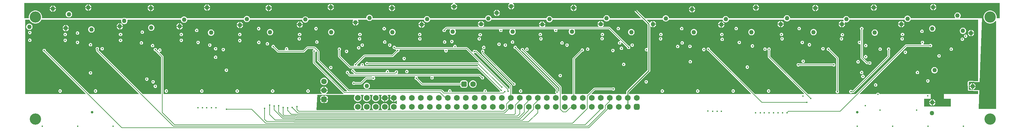
<source format=gbr>
%TF.GenerationSoftware,Altium Limited,Altium Designer,24.9.1 (31)*%
G04 Layer_Physical_Order=2*
G04 Layer_Color=36540*
%FSLAX45Y45*%
%MOMM*%
%TF.SameCoordinates,261FE19A-EF30-4485-92B3-4F91B7BE389E*%
%TF.FilePolarity,Positive*%
%TF.FileFunction,Copper,L2,Inr,Signal*%
%TF.Part,Single*%
G01*
G75*
%TA.AperFunction,Conductor*%
%ADD23C,0.15500*%
%ADD24C,0.25400*%
%TA.AperFunction,ComponentPad*%
G04:AMPARAMS|DCode=26|XSize=1.6mm|YSize=1.6mm|CornerRadius=0.4mm|HoleSize=0mm|Usage=FLASHONLY|Rotation=0.000|XOffset=0mm|YOffset=0mm|HoleType=Round|Shape=RoundedRectangle|*
%AMROUNDEDRECTD26*
21,1,1.60000,0.80000,0,0,0.0*
21,1,0.80000,1.60000,0,0,0.0*
1,1,0.80000,0.40000,-0.40000*
1,1,0.80000,-0.40000,-0.40000*
1,1,0.80000,-0.40000,0.40000*
1,1,0.80000,0.40000,0.40000*
%
%ADD26ROUNDEDRECTD26*%
%ADD27C,1.60000*%
G04:AMPARAMS|DCode=28|XSize=1.6mm|YSize=1.6mm|CornerRadius=0.4mm|HoleSize=0mm|Usage=FLASHONLY|Rotation=90.000|XOffset=0mm|YOffset=0mm|HoleType=Round|Shape=RoundedRectangle|*
%AMROUNDEDRECTD28*
21,1,1.60000,0.80000,0,0,90.0*
21,1,0.80000,1.60000,0,0,90.0*
1,1,0.80000,0.40000,0.40000*
1,1,0.80000,0.40000,-0.40000*
1,1,0.80000,-0.40000,-0.40000*
1,1,0.80000,-0.40000,0.40000*
%
%ADD28ROUNDEDRECTD28*%
%ADD29C,1.65000*%
G04:AMPARAMS|DCode=30|XSize=1.65mm|YSize=1.65mm|CornerRadius=0.4125mm|HoleSize=0mm|Usage=FLASHONLY|Rotation=0.000|XOffset=0mm|YOffset=0mm|HoleType=Round|Shape=RoundedRectangle|*
%AMROUNDEDRECTD30*
21,1,1.65000,0.82500,0,0,0.0*
21,1,0.82500,1.65000,0,0,0.0*
1,1,0.82500,0.41250,-0.41250*
1,1,0.82500,-0.41250,-0.41250*
1,1,0.82500,-0.41250,0.41250*
1,1,0.82500,0.41250,0.41250*
%
%ADD30ROUNDEDRECTD30*%
%TA.AperFunction,ViaPad*%
%ADD31C,0.45000*%
%ADD32C,1.27000*%
%ADD33C,0.70000*%
%ADD34C,3.20000*%
G36*
X27863800Y3200400D02*
X27785068D01*
X27775299Y3212304D01*
X27776199Y3216840D01*
Y3253360D01*
X27769073Y3289179D01*
X27755099Y3322920D01*
X27734811Y3353286D01*
X27708987Y3379110D01*
X27678619Y3399399D01*
X27644879Y3413375D01*
X27609061Y3420500D01*
X27572540D01*
X27543484Y3414721D01*
X27536722Y3413375D01*
X27502979Y3399399D01*
X27472614Y3379110D01*
X27446790Y3353286D01*
X27426501Y3322920D01*
X27412524Y3289179D01*
X27405399Y3253360D01*
Y3216840D01*
X27412524Y3181021D01*
X27426501Y3147280D01*
X27446790Y3116914D01*
X27472614Y3091090D01*
X27502979Y3070801D01*
X27536722Y3056825D01*
X27572540Y3049700D01*
X27609061D01*
X27644879Y3056825D01*
X27678619Y3070801D01*
X27708987Y3091090D01*
X27734811Y3116914D01*
X27740976Y3126142D01*
X27756375Y3121470D01*
Y2241550D01*
Y628650D01*
X27277991D01*
X27267300Y639735D01*
X27286362Y1166257D01*
X26991776Y1167999D01*
X26985083Y1387296D01*
X26995978Y1398178D01*
X27294412Y1388674D01*
X27359995Y3200400D01*
X26741302D01*
X26734924Y3215800D01*
X26741138Y3222014D01*
X26752841Y3242286D01*
X26758899Y3264896D01*
Y3288304D01*
X26752841Y3310914D01*
X26741138Y3331186D01*
X26724585Y3347738D01*
X26704315Y3359442D01*
X26681705Y3365500D01*
X26658295D01*
X26635687Y3359442D01*
X26615414Y3347738D01*
X26598862Y3331186D01*
X26587158Y3310914D01*
X26581100Y3288304D01*
Y3264896D01*
X26587158Y3242286D01*
X26598862Y3222014D01*
X26605075Y3215800D01*
X26598697Y3200400D01*
X25348933D01*
X25343143Y3222014D01*
X25331438Y3242286D01*
X25314886Y3258838D01*
X25294614Y3270542D01*
X25272005Y3276600D01*
X25248596D01*
X25225986Y3270542D01*
X25205714Y3258838D01*
X25189162Y3242286D01*
X25177458Y3222014D01*
X25171667Y3200400D01*
X23618330D01*
X23615942Y3209314D01*
X23604237Y3229586D01*
X23587686Y3246138D01*
X23567413Y3257842D01*
X23544804Y3263900D01*
X23521396D01*
X23498785Y3257842D01*
X23478514Y3246138D01*
X23461961Y3229586D01*
X23450258Y3209314D01*
X23447870Y3200400D01*
X21945599D01*
Y3212104D01*
X21939542Y3234714D01*
X21927838Y3254986D01*
X21911285Y3271538D01*
X21891014Y3283242D01*
X21868404Y3289300D01*
X21844997D01*
X21822386Y3283242D01*
X21802113Y3271538D01*
X21785562Y3254986D01*
X21773859Y3234714D01*
X21767799Y3212104D01*
Y3200400D01*
X20214729D01*
X20212341Y3209314D01*
X20200638Y3229586D01*
X20184087Y3246138D01*
X20163814Y3257842D01*
X20141203Y3263900D01*
X20117796D01*
X20095186Y3257842D01*
X20074915Y3246138D01*
X20058362Y3229586D01*
X20046658Y3209314D01*
X20044270Y3200400D01*
X18525507D01*
Y3208310D01*
X18519447Y3230920D01*
X18507744Y3251192D01*
X18491193Y3267744D01*
X18470920Y3279447D01*
X18448309Y3285506D01*
X18424902D01*
X18402292Y3279447D01*
X18382021Y3267744D01*
X18365468Y3251192D01*
X18353764Y3230920D01*
X18347707Y3208310D01*
Y3200400D01*
X17856136D01*
X17627457Y3429080D01*
X17623210Y3435435D01*
X17602946Y3455698D01*
Y3467100D01*
X17599989Y3481966D01*
X17591570Y3494569D01*
X17578966Y3502989D01*
X17564101Y3505947D01*
X17549234Y3502989D01*
X17536630Y3494569D01*
X17528210Y3481966D01*
X17525253Y3467100D01*
Y3439607D01*
X17528210Y3424741D01*
X17536630Y3412139D01*
X17564027Y3384743D01*
X17568272Y3378389D01*
X17732034Y3214628D01*
X17726140Y3200400D01*
X16852901D01*
Y3212104D01*
X16846841Y3234714D01*
X16835138Y3254986D01*
X16818587Y3271538D01*
X16798314Y3283242D01*
X16775703Y3289300D01*
X16752296D01*
X16729686Y3283242D01*
X16709415Y3271538D01*
X16692862Y3254986D01*
X16681158Y3234714D01*
X16675101Y3212104D01*
Y3200400D01*
X15236330D01*
X15233942Y3209314D01*
X15222238Y3229586D01*
X15205685Y3246138D01*
X15185414Y3257842D01*
X15162804Y3263900D01*
X15139397D01*
X15116786Y3257842D01*
X15096513Y3246138D01*
X15079962Y3229586D01*
X15068259Y3209314D01*
X15065871Y3200400D01*
X13516652D01*
Y3209248D01*
X13510594Y3231858D01*
X13498891Y3252130D01*
X13482338Y3268682D01*
X13462067Y3280386D01*
X13439456Y3286444D01*
X13416048D01*
X13393439Y3280386D01*
X13373166Y3268682D01*
X13356615Y3252130D01*
X13344910Y3231858D01*
X13338852Y3209248D01*
Y3200400D01*
X11781930D01*
X11779542Y3209314D01*
X11767838Y3229586D01*
X11751286Y3246138D01*
X11731014Y3257842D01*
X11708404Y3263900D01*
X11684996D01*
X11662386Y3257842D01*
X11642114Y3246138D01*
X11625562Y3229586D01*
X11613858Y3209314D01*
X11611470Y3200400D01*
X10160765D01*
X10160000Y3201396D01*
Y3224804D01*
X10153942Y3247414D01*
X10142238Y3267686D01*
X10125686Y3284238D01*
X10105414Y3295942D01*
X10082804Y3302000D01*
X10059396D01*
X10036786Y3295942D01*
X10016514Y3284238D01*
X9999962Y3267686D01*
X9988258Y3247414D01*
X9982200Y3224804D01*
Y3201396D01*
X9981435Y3200400D01*
X8344483D01*
X8332779Y3220672D01*
X8316227Y3237224D01*
X8295956Y3248927D01*
X8273345Y3254986D01*
X8249938D01*
X8227327Y3248927D01*
X8207056Y3237224D01*
X8190504Y3220672D01*
X8178800Y3200400D01*
X6696886D01*
X6693483Y3213100D01*
X6681779Y3233372D01*
X6665227Y3249924D01*
X6644956Y3261627D01*
X6622345Y3267686D01*
X6598938D01*
X6576327Y3261627D01*
X6556056Y3249924D01*
X6539504Y3233372D01*
X6527800Y3213100D01*
X6524397Y3200400D01*
X4919356D01*
X4909838Y3216886D01*
X4893286Y3233438D01*
X4873014Y3245142D01*
X4850404Y3251200D01*
X4826996D01*
X4804386Y3245142D01*
X4784114Y3233438D01*
X4767562Y3216886D01*
X4758044Y3200400D01*
X3195418D01*
X3183914Y3207042D01*
X3161304Y3213100D01*
X3137896D01*
X3115286Y3207042D01*
X3103782Y3200400D01*
X835068D01*
X825298Y3212304D01*
X826200Y3216840D01*
Y3253360D01*
X819075Y3289179D01*
X805099Y3322920D01*
X784810Y3353286D01*
X758986Y3379110D01*
X728620Y3399399D01*
X694879Y3413375D01*
X659060Y3420500D01*
X622540D01*
X586721Y3413375D01*
X552980Y3399399D01*
X522614Y3379110D01*
X496790Y3353286D01*
X476501Y3322920D01*
X462525Y3289179D01*
X455400Y3253360D01*
Y3216840D01*
X456302Y3212304D01*
X446533Y3200400D01*
X330200D01*
Y3632633D01*
X12436509D01*
X12438536Y3617233D01*
X12424386Y3613442D01*
X12404114Y3601738D01*
X12387562Y3585186D01*
X12375858Y3564914D01*
X12370067Y3543300D01*
X12547333D01*
X12541542Y3564914D01*
X12529838Y3585186D01*
X12513286Y3601738D01*
X12493014Y3613442D01*
X12478864Y3617233D01*
X12480891Y3632633D01*
X14017731D01*
X14021857Y3617233D01*
X14017014Y3614438D01*
X14000462Y3597886D01*
X13988757Y3577614D01*
X13982967Y3556000D01*
X14160233D01*
X14154442Y3577614D01*
X14142738Y3597886D01*
X14126186Y3614438D01*
X14121344Y3617233D01*
X14125470Y3632633D01*
X27863800D01*
Y3200400D01*
D02*
G37*
G36*
X17918953Y3027708D02*
Y2365489D01*
X17903552Y2355199D01*
X17900656Y2356400D01*
X17881599D01*
X17863995Y2349107D01*
X17850520Y2335633D01*
X17843228Y2318028D01*
Y2298972D01*
X17850520Y2281367D01*
X17863995Y2267892D01*
X17881599Y2260600D01*
X17900656D01*
X17903552Y2261800D01*
X17918953Y2251510D01*
Y1730591D01*
X17332431Y1144068D01*
X17324010Y1131465D01*
X17321053Y1116599D01*
Y1050300D01*
X16345522D01*
X16339629Y1064528D01*
X16435100Y1160000D01*
X16920560D01*
X16927367Y1153193D01*
X16944972Y1145900D01*
X16964027D01*
X16981633Y1153193D01*
X16995107Y1166667D01*
X17002400Y1184272D01*
Y1203328D01*
X16995107Y1220933D01*
X16981633Y1234407D01*
X16964027Y1241700D01*
X16944972D01*
X16927367Y1234407D01*
X16920560Y1227600D01*
X16421100D01*
X16408165Y1225027D01*
X16397200Y1217700D01*
X16229800Y1050300D01*
X15869699D01*
Y2042399D01*
X16078101Y2250800D01*
X16087727D01*
X16105333Y2258093D01*
X16118806Y2271567D01*
X16126100Y2289172D01*
Y2308228D01*
X16118806Y2325833D01*
X16105333Y2339307D01*
X16087727Y2346600D01*
X16068672D01*
X16051067Y2339307D01*
X16037593Y2325833D01*
X16030299Y2308228D01*
Y2298600D01*
X15812000Y2080299D01*
X15804672Y2069334D01*
X15802100Y2056399D01*
Y1050300D01*
X15489700D01*
Y1244600D01*
X15487128Y1257535D01*
X15479800Y1268500D01*
X14437000Y2311300D01*
Y2320928D01*
X14429707Y2338533D01*
X14416232Y2352007D01*
X14398628Y2359300D01*
X14379572D01*
X14361967Y2352007D01*
X14348492Y2338533D01*
X14341200Y2320928D01*
Y2301872D01*
X14348492Y2284267D01*
X14361967Y2270793D01*
X14379572Y2263500D01*
X14389200D01*
X15422099Y1230600D01*
Y1129328D01*
X15406700Y1126265D01*
X15404436Y1131733D01*
X15397627Y1138541D01*
Y1196972D01*
X15395055Y1209907D01*
X15387727Y1220872D01*
X14233800Y2374800D01*
Y2384428D01*
X14226508Y2402033D01*
X14213033Y2415507D01*
X14195428Y2422800D01*
X14176372D01*
X14158768Y2415507D01*
X14145293Y2402033D01*
X14138000Y2384428D01*
Y2365372D01*
X14145293Y2347767D01*
X14158768Y2334293D01*
X14176372Y2327000D01*
X14186000D01*
X15330028Y1182972D01*
Y1138541D01*
X15323219Y1131733D01*
X15315929Y1114128D01*
Y1095072D01*
X15323219Y1077467D01*
X15334987Y1065700D01*
X15333730Y1057677D01*
X15330266Y1050300D01*
X14091699D01*
Y1283701D01*
X14089127Y1296635D01*
X14081799Y1307601D01*
X13100999Y2288400D01*
X13090034Y2295726D01*
X13077100Y2298299D01*
X13064900D01*
X13060759Y2297475D01*
X13057864D01*
X13057333Y2298008D01*
X13039728Y2305300D01*
X13020673D01*
X13003067Y2298008D01*
X12989594Y2284533D01*
X12982300Y2266928D01*
Y2251079D01*
X12973138Y2245075D01*
X12968073Y2243527D01*
X12843050Y2368550D01*
X12832085Y2375877D01*
X12819150Y2378449D01*
X12540234D01*
X12532000Y2390772D01*
Y2409828D01*
X12524707Y2427433D01*
X12511233Y2440907D01*
X12493628Y2448200D01*
X12474572D01*
X12456967Y2440907D01*
X12443493Y2427433D01*
X12436200Y2409828D01*
Y2390772D01*
X12427966Y2378449D01*
X10818051D01*
X10817500Y2379000D01*
Y2384428D01*
X10810207Y2402033D01*
X10796733Y2415507D01*
X10779128Y2422800D01*
X10760072D01*
X10742467Y2415507D01*
X10728993Y2402033D01*
X10721700Y2384428D01*
Y2365372D01*
X10728993Y2347767D01*
X10742467Y2334293D01*
X10760072Y2327000D01*
X10773900D01*
X10780150Y2320750D01*
X10791116Y2313423D01*
X10804050Y2310850D01*
X10815787D01*
X10824343Y2298045D01*
X10823300Y2295528D01*
Y2284926D01*
X10705774Y2167400D01*
X9931400D01*
X9918466Y2164827D01*
X9907500Y2157500D01*
X9678771Y1928770D01*
X9669143D01*
X9651537Y1921478D01*
X9638063Y1908004D01*
X9630771Y1890398D01*
Y1871343D01*
X9633481Y1864800D01*
X9623191Y1849399D01*
X9539500D01*
X9254000Y2134900D01*
Y2290159D01*
X9260807Y2296967D01*
X9268100Y2314572D01*
Y2333628D01*
X9260807Y2351233D01*
X9247333Y2364707D01*
X9229728Y2372000D01*
X9210672D01*
X9193067Y2364707D01*
X9179593Y2351233D01*
X9172300Y2333628D01*
Y2314572D01*
X9179593Y2296967D01*
X9186400Y2290159D01*
Y2120900D01*
X9188973Y2107965D01*
X9196300Y2097000D01*
X9501600Y1791700D01*
X9512565Y1784373D01*
X9525500Y1781800D01*
X13118300D01*
X13744299Y1155800D01*
Y1146172D01*
X13751593Y1128567D01*
X13745081Y1113300D01*
X13394044D01*
X13385489Y1126104D01*
X13385600Y1126372D01*
Y1145428D01*
X13378308Y1163033D01*
X13364835Y1176508D01*
X13347227Y1183800D01*
X13328172D01*
X13310567Y1176508D01*
X13297093Y1163033D01*
X13289801Y1145428D01*
Y1126372D01*
X13289912Y1126104D01*
X13281355Y1113300D01*
X12394045D01*
X12385489Y1126104D01*
X12385600Y1126372D01*
Y1145428D01*
X12378308Y1163033D01*
X12364834Y1176508D01*
X12347228Y1183800D01*
X12328173D01*
X12310567Y1176508D01*
X12297093Y1163033D01*
X12289801Y1145428D01*
Y1126372D01*
X12289912Y1126104D01*
X12281356Y1113300D01*
X12180600D01*
X12127000Y1166900D01*
X12116035Y1174227D01*
X12103100Y1176800D01*
X9500900D01*
X8657100Y2020600D01*
Y2260600D01*
X8654527Y2273534D01*
X8647200Y2284500D01*
X8545600Y2386100D01*
X8534635Y2393427D01*
X8521700Y2396000D01*
X8315325D01*
X8302391Y2393427D01*
X8291425Y2386100D01*
X8199725Y2294400D01*
X7783189D01*
X7774524Y2309800D01*
X7779028Y2320672D01*
Y2339728D01*
X7771735Y2357333D01*
X7758261Y2370808D01*
X7740656Y2378100D01*
X7721600D01*
X7703995Y2370808D01*
X7690520Y2357333D01*
X7683228Y2339728D01*
Y2320672D01*
X7687732Y2309800D01*
X7679067Y2294400D01*
X7507000D01*
X7401200Y2400200D01*
Y2409828D01*
X7393907Y2427433D01*
X7380433Y2440907D01*
X7362828Y2448200D01*
X7343772D01*
X7326167Y2440907D01*
X7312693Y2427433D01*
X7305400Y2409828D01*
Y2390772D01*
X7312693Y2373167D01*
X7326167Y2359693D01*
X7343772Y2352400D01*
X7353400D01*
X7469100Y2236700D01*
X7480066Y2229373D01*
X7493000Y2226800D01*
X8213725D01*
X8226660Y2229373D01*
X8237625Y2236700D01*
X8329325Y2328400D01*
X8485935D01*
X8488999Y2313000D01*
X8481954Y2310083D01*
X8468480Y2296608D01*
X8461187Y2279003D01*
Y2259947D01*
X8468480Y2242342D01*
X8475288Y2235534D01*
Y1943013D01*
X8477860Y1930078D01*
X8485187Y1919113D01*
X9336000Y1068300D01*
X9337289Y1067439D01*
X9332617Y1052039D01*
X8850454D01*
X8846328Y1067439D01*
X8853117Y1071359D01*
X8872741Y1090983D01*
X8886617Y1115017D01*
X8893800Y1141824D01*
Y1143000D01*
X8788400D01*
X8683000D01*
Y1141824D01*
X8690183Y1115017D01*
X8704059Y1090983D01*
X8723683Y1071359D01*
X8730472Y1067439D01*
X8726346Y1052039D01*
X8599884D01*
X8599881Y1052039D01*
X8597890D01*
X8595967Y1051656D01*
X8595614D01*
X8595035Y1051541D01*
X8592837D01*
X8590914Y1051158D01*
X8589266Y1050475D01*
X8588143Y1050300D01*
X4256911D01*
Y2114189D01*
X4254338Y2127123D01*
X4247011Y2138088D01*
X4149700Y2235400D01*
X4156079Y2250800D01*
X4162428D01*
X4180033Y2258093D01*
X4193507Y2271567D01*
X4200800Y2289172D01*
Y2308228D01*
X4193507Y2325833D01*
X4180033Y2339307D01*
X4162428Y2346600D01*
X4143372D01*
X4125767Y2339307D01*
X4112293Y2325833D01*
X4105000Y2308228D01*
Y2301879D01*
X4089600Y2295500D01*
X4073800Y2311300D01*
Y2320928D01*
X4066507Y2338533D01*
X4053033Y2352007D01*
X4035428Y2359300D01*
X4016372D01*
X3998767Y2352007D01*
X3985293Y2338533D01*
X3978000Y2320928D01*
Y2301872D01*
X3985293Y2284267D01*
X3998767Y2270793D01*
X4016372Y2263500D01*
X4026000D01*
X4189312Y2100188D01*
Y1050300D01*
X3671100D01*
X2421400Y2300000D01*
Y2302859D01*
X2428207Y2309667D01*
X2435500Y2327272D01*
Y2346328D01*
X2428207Y2363933D01*
X2414733Y2377407D01*
X2397128Y2384700D01*
X2378072D01*
X2360467Y2377407D01*
X2346993Y2363933D01*
X2339700Y2346328D01*
Y2327272D01*
X2346993Y2309667D01*
X2353800Y2302859D01*
Y2286000D01*
X2356373Y2273065D01*
X2363700Y2262100D01*
X3561272Y1064528D01*
X3555379Y1050300D01*
X2172500D01*
X936900Y2285900D01*
Y2295528D01*
X929607Y2313133D01*
X916133Y2326607D01*
X898528Y2333900D01*
X879472D01*
X861867Y2326607D01*
X848393Y2313133D01*
X841100Y2295528D01*
Y2276472D01*
X848393Y2258867D01*
X861867Y2245393D01*
X879472Y2238100D01*
X889100D01*
X2062672Y1064528D01*
X2056779Y1050300D01*
X349244D01*
Y3162664D01*
X470129D01*
X476501Y3147280D01*
X496790Y3116914D01*
X522614Y3091090D01*
X552980Y3070801D01*
X586721Y3056825D01*
X622540Y3049700D01*
X659060D01*
X694879Y3056825D01*
X728620Y3070801D01*
X758986Y3091090D01*
X784810Y3116914D01*
X805099Y3147280D01*
X811472Y3162664D01*
X3052009D01*
X3063744Y3147264D01*
X3060700Y3135904D01*
Y3112496D01*
X3066758Y3089886D01*
X3078462Y3069614D01*
X3095014Y3053062D01*
X3115286Y3041358D01*
X3137896Y3035300D01*
X3161304D01*
X3183914Y3041358D01*
X3204186Y3053062D01*
X3220738Y3069614D01*
X3232442Y3089886D01*
X3238500Y3112496D01*
Y3135904D01*
X3235456Y3147264D01*
X3247191Y3162664D01*
X4749800D01*
Y3150596D01*
X4755858Y3127986D01*
X4767562Y3107714D01*
X4784114Y3091162D01*
X4804386Y3079458D01*
X4826996Y3073400D01*
X4850404D01*
X4873014Y3079458D01*
X4893286Y3091162D01*
X4909838Y3107714D01*
X4921542Y3127986D01*
X4927600Y3150596D01*
Y3162664D01*
X6522925D01*
X6527800Y3144472D01*
X6539504Y3124200D01*
X6556056Y3107648D01*
X6576327Y3095944D01*
X6598938Y3089886D01*
X6622345D01*
X6644956Y3095944D01*
X6665227Y3107648D01*
X6681779Y3124200D01*
X6693483Y3144472D01*
X6698358Y3162664D01*
X8172742D01*
Y3154382D01*
X8178800Y3131772D01*
X8190504Y3111500D01*
X8207056Y3094948D01*
X8227327Y3083244D01*
X8249938Y3077186D01*
X8273345D01*
X8295956Y3083244D01*
X8316227Y3094948D01*
X8332779Y3111500D01*
X8344483Y3131772D01*
X8350542Y3154382D01*
Y3162664D01*
X9606461D01*
X9612840Y3147264D01*
X9606262Y3140686D01*
X9594558Y3120414D01*
X9588767Y3098800D01*
X9766033D01*
X9760242Y3120414D01*
X9748538Y3140686D01*
X9741960Y3147264D01*
X9748339Y3162664D01*
X9997566D01*
X9999962Y3158514D01*
X10016514Y3141962D01*
X10036786Y3130258D01*
X10059396Y3124200D01*
X10082804D01*
X10105414Y3130258D01*
X10125686Y3141962D01*
X10142238Y3158514D01*
X10144634Y3162664D01*
X11607969D01*
X11613858Y3140686D01*
X11625562Y3120414D01*
X11642114Y3103862D01*
X11662386Y3092158D01*
X11684996Y3086100D01*
X11708404D01*
X11731014Y3092158D01*
X11751286Y3103862D01*
X11767838Y3120414D01*
X11779542Y3140686D01*
X11785431Y3162664D01*
X13345238D01*
X13356615Y3142958D01*
X13373166Y3126406D01*
X13393439Y3114703D01*
X13416048Y3108644D01*
X13439456D01*
X13462067Y3114703D01*
X13482338Y3126406D01*
X13498891Y3142958D01*
X13510268Y3162664D01*
X15062369D01*
X15068259Y3140686D01*
X15079962Y3120414D01*
X15096513Y3103862D01*
X15116786Y3092158D01*
X15139397Y3086100D01*
X15162804D01*
X15185414Y3092158D01*
X15205685Y3103862D01*
X15222238Y3120414D01*
X15233942Y3140686D01*
X15239832Y3162664D01*
X16683134D01*
X16692862Y3145814D01*
X16709415Y3129262D01*
X16729686Y3117558D01*
X16752296Y3111500D01*
X16775703D01*
X16798314Y3117558D01*
X16818587Y3129262D01*
X16835138Y3145814D01*
X16844865Y3162664D01*
X17783998D01*
X17918953Y3027708D01*
D02*
G37*
G36*
X27251401Y1427022D02*
X27240338Y1416307D01*
X26996802Y1424062D01*
X26996399Y1423995D01*
X26995996Y1424076D01*
X26991428Y1423170D01*
X26986835Y1422408D01*
X26986487Y1422191D01*
X26986084Y1422111D01*
X26982211Y1419526D01*
X26978259Y1417064D01*
X26978021Y1416730D01*
X26977679Y1416503D01*
X26966782Y1405620D01*
X26966553Y1405279D01*
X26966220Y1405041D01*
X26963754Y1401095D01*
X26961163Y1397222D01*
X26961081Y1396820D01*
X26960864Y1396471D01*
X26960095Y1391877D01*
X26959186Y1387313D01*
X26959265Y1386911D01*
X26959198Y1386505D01*
X26965891Y1167209D01*
X26966925Y1162733D01*
X26967792Y1158230D01*
X26968057Y1157830D01*
X26968164Y1157363D01*
X26970831Y1153624D01*
X26973358Y1149795D01*
X26973752Y1149527D01*
X26974033Y1149136D01*
X26977924Y1146704D01*
X26981726Y1144132D01*
X26982196Y1144035D01*
X26982602Y1143781D01*
X26987131Y1143023D01*
X26991623Y1142102D01*
X27251401Y1140566D01*
Y1050300D01*
X26283530D01*
X26285724Y914400D01*
X26479501D01*
Y698500D01*
X25730200D01*
Y914400D01*
X25910309D01*
X25911761Y1050300D01*
X25843500D01*
X25841327Y1051200D01*
X25822272D01*
X25820099Y1050300D01*
X24470000D01*
Y1050928D01*
X24462708Y1068533D01*
X24449232Y1082007D01*
X24431628Y1089300D01*
X24412572D01*
X24394968Y1082007D01*
X24381493Y1068533D01*
X24374200Y1050928D01*
Y1050300D01*
X23914722D01*
X23908829Y1064528D01*
X25236200Y2391900D01*
X25874060D01*
X25880865Y2385093D01*
X25898471Y2377800D01*
X25917529D01*
X25935132Y2385093D01*
X25948608Y2398567D01*
X25955899Y2416172D01*
Y2435228D01*
X25948608Y2452833D01*
X25935132Y2466307D01*
X25917529Y2473600D01*
X25898471D01*
X25880865Y2466307D01*
X25874060Y2459500D01*
X25711786D01*
X25707809Y2470473D01*
X25707440Y2474900D01*
X25720007Y2487467D01*
X25727301Y2505072D01*
Y2524128D01*
X25720007Y2541733D01*
X25706534Y2555207D01*
X25688928Y2562500D01*
X25669873D01*
X25652267Y2555207D01*
X25638794Y2541733D01*
X25631500Y2524128D01*
Y2505072D01*
X25638794Y2487467D01*
X25651361Y2474900D01*
X25650992Y2470473D01*
X25647015Y2459500D01*
X25222200D01*
X25209267Y2456927D01*
X25198300Y2449600D01*
X23799001Y1050300D01*
X22454401D01*
X21382500Y2122200D01*
Y2290159D01*
X21389307Y2296967D01*
X21396600Y2314572D01*
Y2333628D01*
X21389307Y2351233D01*
X21375833Y2364707D01*
X21358228Y2372000D01*
X21339172D01*
X21321567Y2364707D01*
X21308093Y2351233D01*
X21300800Y2333628D01*
Y2314572D01*
X21308093Y2296967D01*
X21314900Y2290159D01*
Y2108200D01*
X21317473Y2095265D01*
X21324800Y2084300D01*
X22344572Y1064528D01*
X22338680Y1050300D01*
X20955968D01*
X19682182Y2324083D01*
Y2333711D01*
X19674892Y2351317D01*
X19661417Y2364791D01*
X19643811Y2372083D01*
X19624756D01*
X19607150Y2364791D01*
X19593677Y2351317D01*
X19586385Y2333711D01*
Y2314656D01*
X19593677Y2297051D01*
X19607150Y2283576D01*
X19624756Y2276284D01*
X19634384D01*
X20846140Y1064528D01*
X20840247Y1050300D01*
X17398746D01*
Y1100509D01*
X17985269Y1687031D01*
X17993689Y1699634D01*
X17996648Y1714500D01*
Y2963251D01*
X18012047Y2969630D01*
X18017514Y2964162D01*
X18037785Y2952458D01*
X18059399Y2946667D01*
Y3035300D01*
Y3123933D01*
X18037785Y3118142D01*
X18017514Y3106438D01*
X18000961Y3089886D01*
X17996301Y3081812D01*
X17977129Y3079407D01*
X17908099Y3148436D01*
X17913992Y3162664D01*
X18353664D01*
X18353764Y3162292D01*
X18365468Y3142020D01*
X18382021Y3125468D01*
X18402292Y3113764D01*
X18424902Y3107706D01*
X18448309D01*
X18470920Y3113764D01*
X18491193Y3125468D01*
X18507744Y3142020D01*
X18519447Y3162292D01*
X18519547Y3162664D01*
X20040768D01*
X20046658Y3140686D01*
X20058362Y3120414D01*
X20074915Y3103862D01*
X20095186Y3092158D01*
X20117796Y3086100D01*
X20141203D01*
X20163814Y3092158D01*
X20184087Y3103862D01*
X20200638Y3120414D01*
X20212341Y3140686D01*
X20218231Y3162664D01*
X21775835D01*
X21785562Y3145814D01*
X21802113Y3129262D01*
X21822386Y3117558D01*
X21844997Y3111500D01*
X21868404D01*
X21891014Y3117558D01*
X21911285Y3129262D01*
X21927838Y3145814D01*
X21937566Y3162664D01*
X23444370D01*
X23450258Y3140686D01*
X23459303Y3125018D01*
X23448032Y3113744D01*
X23440414Y3118142D01*
X23418800Y3123933D01*
Y3048000D01*
X23494733D01*
X23488942Y3069614D01*
X23479897Y3085282D01*
X23491170Y3096556D01*
X23498785Y3092158D01*
X23521396Y3086100D01*
X23544804D01*
X23567413Y3092158D01*
X23587686Y3103862D01*
X23604237Y3120414D01*
X23615942Y3140686D01*
X23621831Y3162664D01*
X25174973D01*
X25177458Y3153386D01*
X25189162Y3133114D01*
X25205714Y3116562D01*
X25225986Y3104858D01*
X25248596Y3098800D01*
X25272005D01*
X25294614Y3104858D01*
X25314886Y3116562D01*
X25331438Y3133114D01*
X25343143Y3153386D01*
X25345628Y3162664D01*
X27251401D01*
Y1427022D01*
D02*
G37*
G36*
X13156239Y1959761D02*
X13146422Y1947799D01*
X13144736Y1948927D01*
X13131799Y1951500D01*
X10028841D01*
X10022033Y1958307D01*
X10004428Y1965600D01*
X9985372D01*
X9967767Y1958307D01*
X9954293Y1944833D01*
X9947000Y1927228D01*
Y1908172D01*
X9954293Y1890567D01*
X9967767Y1877093D01*
X9985372Y1869800D01*
X10004428D01*
X10022033Y1877093D01*
X10028841Y1883900D01*
X13117799D01*
X13137666Y1864034D01*
X13133830Y1853571D01*
X13130522Y1849399D01*
X9923906D01*
X9913616Y1864800D01*
X9915800Y1870072D01*
Y1889128D01*
X9908507Y1906733D01*
X9895033Y1920207D01*
X9877428Y1927500D01*
X9858372D01*
X9840767Y1920207D01*
X9827293Y1906733D01*
X9820000Y1889128D01*
Y1870072D01*
X9822184Y1864800D01*
X9811894Y1849399D01*
X9734150D01*
X9723860Y1864800D01*
X9726570Y1871343D01*
Y1880971D01*
X9945400Y2099800D01*
X10719774D01*
X10732709Y2102373D01*
X10743674Y2109700D01*
X10872074Y2238100D01*
X10880728D01*
X10898333Y2245393D01*
X10911807Y2258867D01*
X10919100Y2276472D01*
Y2295528D01*
X10918057Y2298045D01*
X10926613Y2310850D01*
X12175870D01*
X12186160Y2295450D01*
X12182975Y2287761D01*
Y2268705D01*
X12190267Y2251100D01*
X12203741Y2237625D01*
X12221347Y2230333D01*
X12240402D01*
X12258007Y2237625D01*
X12271482Y2251100D01*
X12278774Y2268705D01*
Y2287761D01*
X12275589Y2295450D01*
X12285879Y2310850D01*
X12805150D01*
X13156239Y1959761D01*
D02*
G37*
G36*
X14024100Y1269701D02*
Y1204944D01*
X14008701Y1200516D01*
X14003899Y1207701D01*
X13016327Y2195272D01*
X13017876Y2200339D01*
X13023878Y2209500D01*
X13039728D01*
X13057333Y2216793D01*
X13067171Y2226630D01*
X14024100Y1269701D01*
D02*
G37*
G36*
X8589500Y2246600D02*
Y2006600D01*
X8592073Y1993665D01*
X8599400Y1982700D01*
X9441873Y1140227D01*
X9435979Y1126000D01*
X9373900D01*
X8542887Y1957013D01*
Y2235534D01*
X8549695Y2242342D01*
X8556222Y2258100D01*
X8564202Y2261712D01*
X8572387Y2263713D01*
X8589500Y2246600D01*
D02*
G37*
G36*
X10675419Y1011914D02*
X10669558Y1006052D01*
X10655352Y981448D01*
X10647999Y954005D01*
Y952500D01*
X10755899D01*
Y939800D01*
X10768599D01*
Y831900D01*
X10770104D01*
X10797547Y839253D01*
X10822151Y853459D01*
X10830400Y861707D01*
X10845800Y855328D01*
Y770272D01*
X10830400Y763893D01*
X10822151Y772141D01*
X10797547Y786347D01*
X10770104Y793700D01*
X10741694D01*
X10714251Y786347D01*
X10689647Y772141D01*
X10669558Y752052D01*
X10655352Y727448D01*
X10647999Y700005D01*
Y671595D01*
X10655352Y644152D01*
X10669558Y619548D01*
X10681106Y608000D01*
X10674727Y592600D01*
X10583071D01*
X10576692Y608000D01*
X10588241Y619548D01*
X10602446Y644152D01*
X10609799Y671595D01*
Y700005D01*
X10602446Y727448D01*
X10588241Y752052D01*
X10568151Y772141D01*
X10543547Y786347D01*
X10516104Y793700D01*
X10487694D01*
X10460251Y786347D01*
X10435647Y772141D01*
X10415558Y752052D01*
X10401352Y727448D01*
X10393999Y700005D01*
Y671595D01*
X10401352Y644152D01*
X10415558Y619548D01*
X10427106Y608000D01*
X10420727Y592600D01*
X10329071D01*
X10322692Y608000D01*
X10334241Y619548D01*
X10348446Y644152D01*
X10355799Y671595D01*
Y700005D01*
X10348446Y727448D01*
X10334241Y752052D01*
X10314151Y772141D01*
X10289547Y786347D01*
X10262104Y793700D01*
X10233694D01*
X10206251Y786347D01*
X10181647Y772141D01*
X10161558Y752052D01*
X10147352Y727448D01*
X10139999Y700005D01*
Y671595D01*
X10147352Y644152D01*
X10161558Y619548D01*
X10173106Y608000D01*
X10166727Y592600D01*
X10075071D01*
X10068692Y608000D01*
X10080241Y619548D01*
X10094446Y644152D01*
X10101799Y671595D01*
Y700005D01*
X10094446Y727448D01*
X10080241Y752052D01*
X10060151Y772141D01*
X10035547Y786347D01*
X10008104Y793700D01*
X9979694D01*
X9952251Y786347D01*
X9927647Y772141D01*
X9907558Y752052D01*
X9893352Y727448D01*
X9885999Y700005D01*
Y671595D01*
X9893352Y644152D01*
X9907558Y619548D01*
X9919106Y608000D01*
X9912727Y592600D01*
X9821071D01*
X9814692Y608000D01*
X9826241Y619548D01*
X9840446Y644152D01*
X9847799Y671595D01*
Y700005D01*
X9840446Y727448D01*
X9826241Y752052D01*
X9806151Y772141D01*
X9781547Y786347D01*
X9754104Y793700D01*
X9725694D01*
X9698251Y786347D01*
X9673647Y772141D01*
X9653558Y752052D01*
X9639352Y727448D01*
X9631999Y700005D01*
Y671595D01*
X9639352Y644152D01*
X9653558Y619548D01*
X9665106Y608000D01*
X9658727Y592600D01*
X8588053D01*
X8577397Y603718D01*
X8595321Y1025651D01*
X8595614Y1025758D01*
X8595968D01*
X8597890Y1026141D01*
X8599881D01*
X8599884Y1026141D01*
X9653526D01*
X9659419Y1011914D01*
X9653558Y1006052D01*
X9639352Y981448D01*
X9631999Y954005D01*
Y925595D01*
X9639352Y898152D01*
X9653558Y873548D01*
X9673647Y853459D01*
X9698251Y839253D01*
X9725694Y831900D01*
X9754104D01*
X9781547Y839253D01*
X9806151Y853459D01*
X9826241Y873548D01*
X9840446Y898152D01*
X9847799Y925595D01*
Y954005D01*
X9840446Y981448D01*
X9826241Y1006052D01*
X9820379Y1011914D01*
X9826273Y1026141D01*
X9907526D01*
X9913419Y1011914D01*
X9907558Y1006052D01*
X9893352Y981448D01*
X9885999Y954005D01*
Y925595D01*
X9893352Y898152D01*
X9907558Y873548D01*
X9927647Y853459D01*
X9952251Y839253D01*
X9979694Y831900D01*
X10008104D01*
X10035547Y839253D01*
X10060151Y853459D01*
X10080241Y873548D01*
X10094446Y898152D01*
X10101799Y925595D01*
Y954005D01*
X10094446Y981448D01*
X10080241Y1006052D01*
X10074379Y1011914D01*
X10080273Y1026141D01*
X10161526D01*
X10167419Y1011914D01*
X10161558Y1006052D01*
X10147352Y981448D01*
X10139999Y954005D01*
Y925595D01*
X10147352Y898152D01*
X10161558Y873548D01*
X10181647Y853459D01*
X10206251Y839253D01*
X10233694Y831900D01*
X10262104D01*
X10289547Y839253D01*
X10314151Y853459D01*
X10334241Y873548D01*
X10348446Y898152D01*
X10355799Y925595D01*
Y954005D01*
X10348446Y981448D01*
X10334241Y1006052D01*
X10328379Y1011914D01*
X10334273Y1026141D01*
X10415526D01*
X10421419Y1011914D01*
X10415558Y1006052D01*
X10401352Y981448D01*
X10393999Y954005D01*
Y952500D01*
X10609799D01*
Y954005D01*
X10602446Y981448D01*
X10588241Y1006052D01*
X10582379Y1011914D01*
X10588273Y1026141D01*
X10669526D01*
X10675419Y1011914D01*
D02*
G37*
%LPC*%
G36*
X25996899Y3606533D02*
Y3530600D01*
X26072833D01*
X26067041Y3552214D01*
X26055338Y3572486D01*
X26038785Y3589038D01*
X26018515Y3600742D01*
X25996899Y3606533D01*
D02*
G37*
G36*
X25971500D02*
X25949887Y3600742D01*
X25929614Y3589038D01*
X25913062Y3572486D01*
X25901358Y3552214D01*
X25895566Y3530600D01*
X25971500D01*
Y3606533D01*
D02*
G37*
G36*
X8991600D02*
Y3530600D01*
X9067533D01*
X9061742Y3552214D01*
X9050038Y3572486D01*
X9033486Y3589038D01*
X9013214Y3600742D01*
X8991600Y3606533D01*
D02*
G37*
G36*
X8966200D02*
X8944586Y3600742D01*
X8924314Y3589038D01*
X8907762Y3572486D01*
X8896058Y3552214D01*
X8890267Y3530600D01*
X8966200D01*
Y3606533D01*
D02*
G37*
G36*
X24320500Y3593833D02*
Y3517900D01*
X24396432D01*
X24390642Y3539514D01*
X24378938Y3559786D01*
X24362386Y3576338D01*
X24342114Y3588042D01*
X24320500Y3593833D01*
D02*
G37*
G36*
X24295100D02*
X24273486Y3588042D01*
X24253214Y3576338D01*
X24236662Y3559786D01*
X24224957Y3539514D01*
X24219167Y3517900D01*
X24295100D01*
Y3593833D01*
D02*
G37*
G36*
X20993100D02*
Y3517900D01*
X21069032D01*
X21063242Y3539514D01*
X21051538Y3559786D01*
X21034985Y3576338D01*
X21014714Y3588042D01*
X20993100Y3593833D01*
D02*
G37*
G36*
X20967700D02*
X20946086Y3588042D01*
X20925813Y3576338D01*
X20909262Y3559786D01*
X20897559Y3539514D01*
X20891766Y3517900D01*
X20967700D01*
Y3593833D01*
D02*
G37*
G36*
X5499100D02*
Y3517900D01*
X5575033D01*
X5569242Y3539514D01*
X5557538Y3559786D01*
X5540986Y3576338D01*
X5520714Y3588042D01*
X5499100Y3593833D01*
D02*
G37*
G36*
X5473700D02*
X5452086Y3588042D01*
X5431814Y3576338D01*
X5415262Y3559786D01*
X5403558Y3539514D01*
X5397767Y3517900D01*
X5473700D01*
Y3593833D01*
D02*
G37*
G36*
X2146300D02*
Y3517900D01*
X2222233D01*
X2216442Y3539514D01*
X2204738Y3559786D01*
X2188186Y3576338D01*
X2167914Y3588042D01*
X2146300Y3593833D01*
D02*
G37*
G36*
X2120900D02*
X2099286Y3588042D01*
X2079014Y3576338D01*
X2062462Y3559786D01*
X2050758Y3539514D01*
X2044967Y3517900D01*
X2120900D01*
Y3593833D01*
D02*
G37*
G36*
X15845815Y3586195D02*
Y3510262D01*
X15921747D01*
X15915956Y3531876D01*
X15904253Y3552148D01*
X15887700Y3568700D01*
X15867429Y3580404D01*
X15845815Y3586195D01*
D02*
G37*
G36*
X15820415D02*
X15798801Y3580404D01*
X15778528Y3568700D01*
X15761977Y3552148D01*
X15750273Y3531876D01*
X15744481Y3510262D01*
X15820415D01*
Y3586195D01*
D02*
G37*
G36*
X22669501Y3581133D02*
Y3505200D01*
X22745433D01*
X22739642Y3526814D01*
X22727937Y3547086D01*
X22711386Y3563638D01*
X22691113Y3575342D01*
X22669501Y3581133D01*
D02*
G37*
G36*
X22644099D02*
X22622485Y3575342D01*
X22602214Y3563638D01*
X22585661Y3547086D01*
X22573958Y3526814D01*
X22568167Y3505200D01*
X22644099D01*
Y3581133D01*
D02*
G37*
G36*
X10718800D02*
Y3505200D01*
X10794733D01*
X10788942Y3526814D01*
X10777238Y3547086D01*
X10760686Y3563638D01*
X10740414Y3575342D01*
X10718800Y3581133D01*
D02*
G37*
G36*
X10693400D02*
X10671786Y3575342D01*
X10651514Y3563638D01*
X10634962Y3547086D01*
X10623258Y3526814D01*
X10617467Y3505200D01*
X10693400D01*
Y3581133D01*
D02*
G37*
G36*
X7239000D02*
Y3505200D01*
X7314933D01*
X7309142Y3526814D01*
X7297438Y3547086D01*
X7280886Y3563638D01*
X7260614Y3575342D01*
X7239000Y3581133D01*
D02*
G37*
G36*
X7213600D02*
X7191986Y3575342D01*
X7171714Y3563638D01*
X7155162Y3547086D01*
X7143458Y3526814D01*
X7137667Y3505200D01*
X7213600D01*
Y3581133D01*
D02*
G37*
G36*
X3911600D02*
Y3505200D01*
X3987533D01*
X3981742Y3526814D01*
X3970038Y3547086D01*
X3953486Y3563638D01*
X3933214Y3575342D01*
X3911600Y3581133D01*
D02*
G37*
G36*
X3886200D02*
X3864586Y3575342D01*
X3844314Y3563638D01*
X3827762Y3547086D01*
X3816058Y3526814D01*
X3810267Y3505200D01*
X3886200D01*
Y3581133D01*
D02*
G37*
G36*
X1146786Y3562375D02*
Y3486442D01*
X1222719D01*
X1216927Y3508056D01*
X1205224Y3528327D01*
X1188672Y3544879D01*
X1168400Y3556583D01*
X1146786Y3562375D01*
D02*
G37*
G36*
X1121386D02*
X1099772Y3556583D01*
X1079500Y3544879D01*
X1062948Y3528327D01*
X1051244Y3508056D01*
X1045453Y3486442D01*
X1121386D01*
Y3562375D01*
D02*
G37*
G36*
X19189700Y3543033D02*
Y3467100D01*
X19265633D01*
X19259842Y3488714D01*
X19248138Y3508986D01*
X19231586Y3525538D01*
X19211314Y3537242D01*
X19189700Y3543033D01*
D02*
G37*
G36*
X19164301D02*
X19142686Y3537242D01*
X19122414Y3525538D01*
X19105862Y3508986D01*
X19094157Y3488714D01*
X19088367Y3467100D01*
X19164301D01*
Y3543033D01*
D02*
G37*
G36*
X14160233Y3530600D02*
X14084300D01*
Y3454667D01*
X14105914Y3460458D01*
X14126186Y3472162D01*
X14142738Y3488714D01*
X14154442Y3508986D01*
X14160233Y3530600D01*
D02*
G37*
G36*
X14058900D02*
X13982967D01*
X13988757Y3508986D01*
X14000462Y3488714D01*
X14017014Y3472162D01*
X14037286Y3460458D01*
X14058900Y3454667D01*
Y3530600D01*
D02*
G37*
G36*
X12547333Y3517900D02*
X12471400D01*
Y3441967D01*
X12493014Y3447758D01*
X12513286Y3459462D01*
X12529838Y3476014D01*
X12541542Y3496286D01*
X12547333Y3517900D01*
D02*
G37*
G36*
X12446000D02*
X12370067D01*
X12375858Y3496286D01*
X12387562Y3476014D01*
X12404114Y3459462D01*
X12424386Y3447758D01*
X12446000Y3441967D01*
Y3517900D01*
D02*
G37*
G36*
X26072833Y3505200D02*
X25996899D01*
Y3429267D01*
X26018515Y3435058D01*
X26038785Y3446762D01*
X26055338Y3463314D01*
X26067041Y3483586D01*
X26072833Y3505200D01*
D02*
G37*
G36*
X25971500D02*
X25895566D01*
X25901358Y3483586D01*
X25913062Y3463314D01*
X25929614Y3446762D01*
X25949887Y3435058D01*
X25971500Y3429267D01*
Y3505200D01*
D02*
G37*
G36*
X9067533D02*
X8991600D01*
Y3429267D01*
X9013214Y3435058D01*
X9033486Y3446762D01*
X9050038Y3463314D01*
X9061742Y3483586D01*
X9067533Y3505200D01*
D02*
G37*
G36*
X8966200D02*
X8890267D01*
X8896058Y3483586D01*
X8907762Y3463314D01*
X8924314Y3446762D01*
X8944586Y3435058D01*
X8966200Y3429267D01*
Y3505200D01*
D02*
G37*
G36*
X24396432Y3492500D02*
X24320500D01*
Y3416567D01*
X24342114Y3422358D01*
X24362386Y3434062D01*
X24378938Y3450614D01*
X24390642Y3470886D01*
X24396432Y3492500D01*
D02*
G37*
G36*
X24295100D02*
X24219167D01*
X24224957Y3470886D01*
X24236662Y3450614D01*
X24253214Y3434062D01*
X24273486Y3422358D01*
X24295100Y3416567D01*
Y3492500D01*
D02*
G37*
G36*
X21069032D02*
X20993100D01*
Y3416567D01*
X21014714Y3422358D01*
X21034985Y3434062D01*
X21051538Y3450614D01*
X21063242Y3470886D01*
X21069032Y3492500D01*
D02*
G37*
G36*
X20967700D02*
X20891766D01*
X20897559Y3470886D01*
X20909262Y3450614D01*
X20925813Y3434062D01*
X20946086Y3422358D01*
X20967700Y3416567D01*
Y3492500D01*
D02*
G37*
G36*
X5575033D02*
X5499100D01*
Y3416567D01*
X5520714Y3422358D01*
X5540986Y3434062D01*
X5557538Y3450614D01*
X5569242Y3470886D01*
X5575033Y3492500D01*
D02*
G37*
G36*
X5473700D02*
X5397767D01*
X5403558Y3470886D01*
X5415262Y3450614D01*
X5431814Y3434062D01*
X5452086Y3422358D01*
X5473700Y3416567D01*
Y3492500D01*
D02*
G37*
G36*
X2222233D02*
X2146300D01*
Y3416567D01*
X2167914Y3422358D01*
X2188186Y3434062D01*
X2204738Y3450614D01*
X2216442Y3470886D01*
X2222233Y3492500D01*
D02*
G37*
G36*
X2120900D02*
X2044967D01*
X2050758Y3470886D01*
X2062462Y3450614D01*
X2079014Y3434062D01*
X2099286Y3422358D01*
X2120900Y3416567D01*
Y3492500D01*
D02*
G37*
G36*
X15921747Y3484862D02*
X15845815D01*
Y3408929D01*
X15867429Y3414721D01*
X15887700Y3426424D01*
X15904253Y3442976D01*
X15915956Y3463248D01*
X15921747Y3484862D01*
D02*
G37*
G36*
X15820415D02*
X15744481D01*
X15750273Y3463248D01*
X15761977Y3442976D01*
X15778528Y3426424D01*
X15798801Y3414721D01*
X15820415Y3408929D01*
Y3484862D01*
D02*
G37*
G36*
X22745433Y3479800D02*
X22669501D01*
Y3403867D01*
X22691113Y3409658D01*
X22711386Y3421362D01*
X22727937Y3437914D01*
X22739642Y3458186D01*
X22745433Y3479800D01*
D02*
G37*
G36*
X22644099D02*
X22568167D01*
X22573958Y3458186D01*
X22585661Y3437914D01*
X22602214Y3421362D01*
X22622485Y3409658D01*
X22644099Y3403867D01*
Y3479800D01*
D02*
G37*
G36*
X10794733D02*
X10718800D01*
Y3403867D01*
X10740414Y3409658D01*
X10760686Y3421362D01*
X10777238Y3437914D01*
X10788942Y3458186D01*
X10794733Y3479800D01*
D02*
G37*
G36*
X10693400D02*
X10617467D01*
X10623258Y3458186D01*
X10634962Y3437914D01*
X10651514Y3421362D01*
X10671786Y3409658D01*
X10693400Y3403867D01*
Y3479800D01*
D02*
G37*
G36*
X7314933D02*
X7239000D01*
Y3403867D01*
X7260614Y3409658D01*
X7280886Y3421362D01*
X7297438Y3437914D01*
X7309142Y3458186D01*
X7314933Y3479800D01*
D02*
G37*
G36*
X7213600D02*
X7137667D01*
X7143458Y3458186D01*
X7155162Y3437914D01*
X7171714Y3421362D01*
X7191986Y3409658D01*
X7213600Y3403867D01*
Y3479800D01*
D02*
G37*
G36*
X3987533D02*
X3911600D01*
Y3403867D01*
X3933214Y3409658D01*
X3953486Y3421362D01*
X3970038Y3437914D01*
X3981742Y3458186D01*
X3987533Y3479800D01*
D02*
G37*
G36*
X3886200D02*
X3810267D01*
X3816058Y3458186D01*
X3827762Y3437914D01*
X3844314Y3421362D01*
X3864586Y3409658D01*
X3886200Y3403867D01*
Y3479800D01*
D02*
G37*
G36*
X1222719Y3461042D02*
X1146786D01*
Y3385109D01*
X1168400Y3390900D01*
X1188672Y3402604D01*
X1205224Y3419156D01*
X1216927Y3439427D01*
X1222719Y3461042D01*
D02*
G37*
G36*
X1121386D02*
X1045453D01*
X1051244Y3439427D01*
X1062948Y3419156D01*
X1079500Y3402604D01*
X1099772Y3390900D01*
X1121386Y3385109D01*
Y3461042D01*
D02*
G37*
G36*
X19265633Y3441700D02*
X19189700D01*
Y3365767D01*
X19211314Y3371558D01*
X19231586Y3383262D01*
X19248138Y3399814D01*
X19259842Y3420086D01*
X19265633Y3441700D01*
D02*
G37*
G36*
X19164301D02*
X19088367D01*
X19094157Y3420086D01*
X19105862Y3399814D01*
X19122414Y3383262D01*
X19142686Y3371558D01*
X19164301Y3365767D01*
Y3441700D01*
D02*
G37*
G36*
X13677901Y3441433D02*
Y3365500D01*
X13753833D01*
X13748042Y3387114D01*
X13736337Y3407386D01*
X13719786Y3423938D01*
X13699513Y3435642D01*
X13677901Y3441433D01*
D02*
G37*
G36*
X13652499D02*
X13630885Y3435642D01*
X13610614Y3423938D01*
X13594061Y3407386D01*
X13582358Y3387114D01*
X13576567Y3365500D01*
X13652499D01*
Y3441433D01*
D02*
G37*
G36*
X13753833Y3340100D02*
X13677901D01*
Y3264167D01*
X13699513Y3269958D01*
X13719786Y3281662D01*
X13736337Y3298214D01*
X13748042Y3318486D01*
X13753833Y3340100D01*
D02*
G37*
G36*
X13652499D02*
X13576567D01*
X13582358Y3318486D01*
X13594061Y3298214D01*
X13610614Y3281662D01*
X13630885Y3269958D01*
X13652499Y3264167D01*
Y3340100D01*
D02*
G37*
G36*
X1599204Y3403600D02*
X1575796D01*
X1553186Y3397542D01*
X1532914Y3385838D01*
X1516362Y3369286D01*
X1504658Y3349014D01*
X1498600Y3326404D01*
Y3302996D01*
X1504658Y3280386D01*
X1516362Y3260114D01*
X1532914Y3243562D01*
X1553186Y3231858D01*
X1575796Y3225800D01*
X1599204D01*
X1621814Y3231858D01*
X1642086Y3243562D01*
X1658638Y3260114D01*
X1670342Y3280386D01*
X1676400Y3302996D01*
Y3326404D01*
X1670342Y3349014D01*
X1658638Y3369286D01*
X1642086Y3385838D01*
X1621814Y3397542D01*
X1599204Y3403600D01*
D02*
G37*
G36*
X27108920Y1360403D02*
Y1284470D01*
X27184854D01*
X27179062Y1306085D01*
X27167358Y1326356D01*
X27150806Y1342908D01*
X27130533Y1354612D01*
X27108920Y1360403D01*
D02*
G37*
G36*
X27083521D02*
X27061905Y1354612D01*
X27041635Y1342908D01*
X27025082Y1326356D01*
X27013379Y1306085D01*
X27007587Y1284470D01*
X27083521D01*
Y1360403D01*
D02*
G37*
G36*
X27184854Y1259070D02*
X27108920D01*
Y1183137D01*
X27130533Y1188929D01*
X27150806Y1200633D01*
X27167358Y1217185D01*
X27179062Y1237456D01*
X27184854Y1259070D01*
D02*
G37*
G36*
X27083521D02*
X27007587D01*
X27013379Y1237456D01*
X27025082Y1217185D01*
X27041635Y1200633D01*
X27061905Y1188929D01*
X27083521Y1183137D01*
Y1259070D01*
D02*
G37*
G36*
X16611600Y3123933D02*
Y3048000D01*
X16687534D01*
X16681741Y3069614D01*
X16670038Y3089886D01*
X16653487Y3106438D01*
X16633214Y3118142D01*
X16611600Y3123933D01*
D02*
G37*
G36*
X16586200D02*
X16564586Y3118142D01*
X16544315Y3106438D01*
X16527762Y3089886D01*
X16516058Y3069614D01*
X16510268Y3048000D01*
X16586200D01*
Y3123933D01*
D02*
G37*
G36*
X13233400D02*
Y3048000D01*
X13309332D01*
X13303542Y3069614D01*
X13291838Y3089886D01*
X13275285Y3106438D01*
X13255014Y3118142D01*
X13233400Y3123933D01*
D02*
G37*
G36*
X13208000D02*
X13186386Y3118142D01*
X13166113Y3106438D01*
X13149562Y3089886D01*
X13137859Y3069614D01*
X13132066Y3048000D01*
X13208000D01*
Y3123933D01*
D02*
G37*
G36*
X14960600Y3111233D02*
Y3035300D01*
X15036533D01*
X15030742Y3056914D01*
X15019038Y3077186D01*
X15002486Y3093738D01*
X14982214Y3105442D01*
X14960600Y3111233D01*
D02*
G37*
G36*
X14935201D02*
X14913586Y3105442D01*
X14893314Y3093738D01*
X14876762Y3077186D01*
X14865057Y3056914D01*
X14859267Y3035300D01*
X14935201D01*
Y3111233D01*
D02*
G37*
G36*
X11557000D02*
Y3035300D01*
X11632933D01*
X11627142Y3056914D01*
X11615438Y3077186D01*
X11598886Y3093738D01*
X11578614Y3105442D01*
X11557000Y3111233D01*
D02*
G37*
G36*
X11531600D02*
X11509986Y3105442D01*
X11489714Y3093738D01*
X11473162Y3077186D01*
X11461458Y3056914D01*
X11455667Y3035300D01*
X11531600D01*
Y3111233D01*
D02*
G37*
G36*
X8115300D02*
Y3035300D01*
X8191233D01*
X8185442Y3056914D01*
X8173738Y3077186D01*
X8157186Y3093738D01*
X8136914Y3105442D01*
X8115300Y3111233D01*
D02*
G37*
G36*
X8089900D02*
X8068286Y3105442D01*
X8048014Y3093738D01*
X8031462Y3077186D01*
X8019758Y3056914D01*
X8013967Y3035300D01*
X8089900D01*
Y3111233D01*
D02*
G37*
G36*
X6426200Y3098533D02*
Y3022600D01*
X6502133D01*
X6496342Y3044214D01*
X6484638Y3064486D01*
X6468086Y3081038D01*
X6447814Y3092742D01*
X6426200Y3098533D01*
D02*
G37*
G36*
X6400800D02*
X6379186Y3092742D01*
X6358914Y3081038D01*
X6342362Y3064486D01*
X6330658Y3044214D01*
X6324867Y3022600D01*
X6400800D01*
Y3098533D01*
D02*
G37*
G36*
X9766033Y3073400D02*
X9690100D01*
Y2997467D01*
X9711714Y3003258D01*
X9731986Y3014962D01*
X9748538Y3031514D01*
X9760242Y3051786D01*
X9766033Y3073400D01*
D02*
G37*
G36*
X9664700D02*
X9588767D01*
X9594558Y3051786D01*
X9606262Y3031514D01*
X9622814Y3014962D01*
X9643086Y3003258D01*
X9664700Y2997467D01*
Y3073400D01*
D02*
G37*
G36*
X4724400Y3060433D02*
Y2984500D01*
X4800333D01*
X4794542Y3006114D01*
X4782838Y3026386D01*
X4766286Y3042938D01*
X4746014Y3054642D01*
X4724400Y3060433D01*
D02*
G37*
G36*
X4699000D02*
X4677386Y3054642D01*
X4657114Y3042938D01*
X4640562Y3026386D01*
X4628858Y3006114D01*
X4623067Y2984500D01*
X4699000D01*
Y3060433D01*
D02*
G37*
G36*
X3035300D02*
Y2984500D01*
X3111233D01*
X3105442Y3006114D01*
X3093738Y3026386D01*
X3077186Y3042938D01*
X3056914Y3054642D01*
X3035300Y3060433D01*
D02*
G37*
G36*
X3009900D02*
X2988286Y3054642D01*
X2968014Y3042938D01*
X2951462Y3026386D01*
X2939758Y3006114D01*
X2933967Y2984500D01*
X3009900D01*
Y3060433D01*
D02*
G37*
G36*
X16687534Y3022600D02*
X16510268D01*
X16516058Y3000986D01*
X16527762Y2980714D01*
X16538277Y2970200D01*
X16531898Y2954800D01*
X15025188D01*
X15020300Y2970200D01*
X15030742Y2988286D01*
X15036533Y3009900D01*
X14859267D01*
X14865057Y2988286D01*
X14875500Y2970200D01*
X14870612Y2954800D01*
X13287701D01*
X13281323Y2970200D01*
X13291838Y2980714D01*
X13303542Y3000986D01*
X13309332Y3022600D01*
X13132066D01*
X13137859Y3000986D01*
X13149562Y2980714D01*
X13160077Y2970200D01*
X13153699Y2954800D01*
X12242800D01*
X12229866Y2952227D01*
X12218900Y2944900D01*
X12179400Y2905400D01*
X12169772D01*
X12152167Y2898107D01*
X12138693Y2884633D01*
X12131400Y2867028D01*
Y2847972D01*
X12138693Y2830367D01*
X12152167Y2816893D01*
X12169772Y2809600D01*
X12188828D01*
X12206433Y2816893D01*
X12219907Y2830367D01*
X12227200Y2847972D01*
Y2857600D01*
X12256800Y2887200D01*
X12343312D01*
X12348200Y2871800D01*
X12337758Y2853714D01*
X12331700Y2831104D01*
Y2807696D01*
X12337758Y2785086D01*
X12349462Y2764814D01*
X12366014Y2748262D01*
X12386286Y2736558D01*
X12408896Y2730500D01*
X12432304D01*
X12454914Y2736558D01*
X12475186Y2748262D01*
X12491738Y2764814D01*
X12503442Y2785086D01*
X12509500Y2807696D01*
Y2831104D01*
X12503442Y2853714D01*
X12493000Y2871800D01*
X12497888Y2887200D01*
X13723286D01*
X13733577Y2871800D01*
X13731599Y2867028D01*
Y2847972D01*
X13738893Y2830367D01*
X13752367Y2816893D01*
X13769972Y2809600D01*
X13789027D01*
X13806633Y2816893D01*
X13820107Y2830367D01*
X13827400Y2847972D01*
Y2867028D01*
X13825423Y2871800D01*
X13835713Y2887200D01*
X14032413D01*
X14037300Y2871800D01*
X14026859Y2853714D01*
X14020799Y2831104D01*
Y2807696D01*
X14026859Y2785086D01*
X14038562Y2764814D01*
X14055115Y2748262D01*
X14075386Y2736558D01*
X14097997Y2730500D01*
X14121404D01*
X14144014Y2736558D01*
X14164285Y2748262D01*
X14180838Y2764814D01*
X14192542Y2785086D01*
X14198599Y2807696D01*
Y2831104D01*
X14192542Y2853714D01*
X14182100Y2871800D01*
X14186987Y2887200D01*
X15272687D01*
X15282977Y2871800D01*
X15281000Y2867028D01*
Y2847972D01*
X15288293Y2830367D01*
X15301767Y2816893D01*
X15319373Y2809600D01*
X15338428D01*
X15356033Y2816893D01*
X15369507Y2830367D01*
X15376801Y2847972D01*
Y2867028D01*
X15374823Y2871800D01*
X15385114Y2887200D01*
X15708812D01*
X15713699Y2871800D01*
X15703258Y2853714D01*
X15697200Y2831104D01*
Y2807696D01*
X15703258Y2785086D01*
X15714961Y2764814D01*
X15731514Y2748262D01*
X15751785Y2736558D01*
X15774396Y2730500D01*
X15797804D01*
X15820415Y2736558D01*
X15840686Y2748262D01*
X15857237Y2764814D01*
X15868942Y2785086D01*
X15875000Y2807696D01*
Y2831104D01*
X15868942Y2853714D01*
X15858501Y2871800D01*
X15863388Y2887200D01*
X16826199D01*
X17150540Y2562860D01*
X17141840Y2549819D01*
X17141821Y2549800D01*
X17122772D01*
X17105167Y2542507D01*
X17091693Y2529033D01*
X17084399Y2511428D01*
Y2492372D01*
X17091693Y2474767D01*
X17105167Y2461293D01*
X17122772Y2454000D01*
X17141827D01*
X17159433Y2461293D01*
X17172906Y2474767D01*
X17180200Y2492372D01*
Y2511421D01*
X17180219Y2511440D01*
X17193260Y2520140D01*
X17338400Y2375000D01*
Y2365372D01*
X17345692Y2347767D01*
X17359167Y2334293D01*
X17376772Y2327000D01*
X17395828D01*
X17413432Y2334293D01*
X17426907Y2347767D01*
X17434200Y2365372D01*
Y2384428D01*
X17426907Y2402033D01*
X17413432Y2415507D01*
X17395828Y2422800D01*
X17386200D01*
X16864101Y2944900D01*
X16853136Y2952227D01*
X16840199Y2954800D01*
X16665903D01*
X16659523Y2970200D01*
X16670038Y2980714D01*
X16681741Y3000986D01*
X16687534Y3022600D01*
D02*
G37*
G36*
X11632933Y3009900D02*
X11557000D01*
Y2933967D01*
X11578614Y2939758D01*
X11598886Y2951462D01*
X11615438Y2968014D01*
X11627142Y2988286D01*
X11632933Y3009900D01*
D02*
G37*
G36*
X11531600D02*
X11455667D01*
X11461458Y2988286D01*
X11473162Y2968014D01*
X11489714Y2951462D01*
X11509986Y2939758D01*
X11531600Y2933967D01*
Y3009900D01*
D02*
G37*
G36*
X8191233D02*
X8115300D01*
Y2933967D01*
X8136914Y2939758D01*
X8157186Y2951462D01*
X8173738Y2968014D01*
X8185442Y2988286D01*
X8191233Y3009900D01*
D02*
G37*
G36*
X8089900D02*
X8013967D01*
X8019758Y2988286D01*
X8031462Y2968014D01*
X8048014Y2951462D01*
X8068286Y2939758D01*
X8089900Y2933967D01*
Y3009900D01*
D02*
G37*
G36*
X1511300Y3009633D02*
Y2933700D01*
X1587233D01*
X1581442Y2955314D01*
X1569738Y2975586D01*
X1553186Y2992138D01*
X1532914Y3003842D01*
X1511300Y3009633D01*
D02*
G37*
G36*
X1485900D02*
X1464286Y3003842D01*
X1444014Y2992138D01*
X1427462Y2975586D01*
X1415758Y2955314D01*
X1409967Y2933700D01*
X1485900D01*
Y3009633D01*
D02*
G37*
G36*
X6502133Y2997200D02*
X6426200D01*
Y2921267D01*
X6447814Y2927058D01*
X6468086Y2938762D01*
X6484638Y2955314D01*
X6496342Y2975586D01*
X6502133Y2997200D01*
D02*
G37*
G36*
X6400800D02*
X6324867D01*
X6330658Y2975586D01*
X6342362Y2955314D01*
X6358914Y2938762D01*
X6379186Y2927058D01*
X6400800Y2921267D01*
Y2997200D01*
D02*
G37*
G36*
X4800333Y2959100D02*
X4724400D01*
Y2883167D01*
X4746014Y2888958D01*
X4766286Y2900662D01*
X4782838Y2917214D01*
X4794542Y2937486D01*
X4800333Y2959100D01*
D02*
G37*
G36*
X4699000D02*
X4623067D01*
X4628858Y2937486D01*
X4640562Y2917214D01*
X4657114Y2900662D01*
X4677386Y2888958D01*
X4699000Y2883167D01*
Y2959100D01*
D02*
G37*
G36*
X3111233D02*
X3035300D01*
Y2883167D01*
X3056914Y2888958D01*
X3077186Y2900662D01*
X3093738Y2917214D01*
X3105442Y2937486D01*
X3111233Y2959100D01*
D02*
G37*
G36*
X3009900D02*
X2933967D01*
X2939758Y2937486D01*
X2951462Y2917214D01*
X2968014Y2900662D01*
X2988286Y2888958D01*
X3009900Y2883167D01*
Y2959100D01*
D02*
G37*
G36*
X481604Y3048000D02*
X458196D01*
X435586Y3041942D01*
X415314Y3030238D01*
X398762Y3013686D01*
X387058Y2993414D01*
X381000Y2970804D01*
Y2947396D01*
X387058Y2924786D01*
X398762Y2904514D01*
X415314Y2887962D01*
X435586Y2876258D01*
X458196Y2870200D01*
X481604D01*
X504214Y2876258D01*
X524486Y2887962D01*
X541038Y2904514D01*
X552742Y2924786D01*
X558800Y2947396D01*
Y2970804D01*
X552742Y2993414D01*
X541038Y3013686D01*
X524486Y3030238D01*
X504214Y3041942D01*
X481604Y3048000D01*
D02*
G37*
G36*
X17103728Y2956200D02*
X17084673D01*
X17067067Y2948907D01*
X17053593Y2935433D01*
X17046300Y2917828D01*
Y2898772D01*
X17053593Y2881167D01*
X17067067Y2867693D01*
X17084673Y2860400D01*
X17103728D01*
X17121333Y2867693D01*
X17134807Y2881167D01*
X17142101Y2898772D01*
Y2917828D01*
X17134807Y2935433D01*
X17121333Y2948907D01*
X17103728Y2956200D01*
D02*
G37*
G36*
X10496556Y2953300D02*
X10477500D01*
X10459895Y2946007D01*
X10446420Y2932533D01*
X10439128Y2914928D01*
Y2895872D01*
X10446420Y2878267D01*
X10459895Y2864792D01*
X10477500Y2857500D01*
X10496556D01*
X10514161Y2864792D01*
X10527635Y2878267D01*
X10534928Y2895872D01*
Y2914928D01*
X10527635Y2932533D01*
X10514161Y2946007D01*
X10496556Y2953300D01*
D02*
G37*
G36*
X8572500D02*
X8553444D01*
X8535839Y2946007D01*
X8522365Y2932533D01*
X8515072Y2914928D01*
Y2895872D01*
X8522365Y2878267D01*
X8535839Y2864792D01*
X8553444Y2857500D01*
X8572500D01*
X8590105Y2864792D01*
X8603580Y2878267D01*
X8610872Y2895872D01*
Y2914928D01*
X8603580Y2932533D01*
X8590105Y2946007D01*
X8572500Y2953300D01*
D02*
G37*
G36*
X6953256D02*
X6934200D01*
X6916595Y2946007D01*
X6903120Y2932533D01*
X6895828Y2914928D01*
Y2895872D01*
X6903120Y2878267D01*
X6916595Y2864792D01*
X6934200Y2857500D01*
X6953256D01*
X6970861Y2864792D01*
X6984335Y2878267D01*
X6991628Y2895872D01*
Y2914928D01*
X6984335Y2932533D01*
X6970861Y2946007D01*
X6953256Y2953300D01*
D02*
G37*
G36*
X3923304Y3022600D02*
X3899896D01*
X3877286Y3016542D01*
X3857014Y3004838D01*
X3840462Y2988286D01*
X3828758Y2968014D01*
X3822700Y2945404D01*
Y2921996D01*
X3828758Y2899386D01*
X3840462Y2879114D01*
X3857014Y2862562D01*
X3877286Y2850858D01*
X3899896Y2844800D01*
X3923304D01*
X3945914Y2850858D01*
X3966186Y2862562D01*
X3982738Y2879114D01*
X3994442Y2899386D01*
X4000500Y2921996D01*
Y2945404D01*
X3994442Y2968014D01*
X3982738Y2988286D01*
X3966186Y3004838D01*
X3945914Y3016542D01*
X3923304Y3022600D01*
D02*
G37*
G36*
X1587233Y2908300D02*
X1511300D01*
Y2832367D01*
X1532914Y2838158D01*
X1553186Y2849862D01*
X1569738Y2866414D01*
X1581442Y2886686D01*
X1587233Y2908300D01*
D02*
G37*
G36*
X1485900D02*
X1409967D01*
X1415758Y2886686D01*
X1427462Y2866414D01*
X1444014Y2849862D01*
X1464286Y2838158D01*
X1485900Y2832367D01*
Y2908300D01*
D02*
G37*
G36*
X5203828Y2905400D02*
X5184772D01*
X5167167Y2898107D01*
X5153693Y2884633D01*
X5146400Y2867028D01*
Y2847972D01*
X5153693Y2830367D01*
X5167167Y2816893D01*
X5184772Y2809600D01*
X5203828D01*
X5221433Y2816893D01*
X5234907Y2830367D01*
X5242200Y2847972D01*
Y2867028D01*
X5234907Y2884633D01*
X5221433Y2898107D01*
X5203828Y2905400D01*
D02*
G37*
G36*
X2234204Y2971800D02*
X2210796D01*
X2188186Y2965742D01*
X2167914Y2954038D01*
X2151362Y2937486D01*
X2139658Y2917214D01*
X2133600Y2894604D01*
Y2871196D01*
X2139658Y2848586D01*
X2151362Y2828314D01*
X2167914Y2811762D01*
X2188186Y2800058D01*
X2210796Y2794000D01*
X2234204D01*
X2256814Y2800058D01*
X2277086Y2811762D01*
X2293638Y2828314D01*
X2305342Y2848586D01*
X2311400Y2871196D01*
Y2894604D01*
X2305342Y2917214D01*
X2293638Y2937486D01*
X2277086Y2954038D01*
X2256814Y2965742D01*
X2234204Y2971800D01*
D02*
G37*
G36*
X3667128Y2854600D02*
X3648072D01*
X3630467Y2847307D01*
X3616993Y2833833D01*
X3609700Y2816228D01*
Y2797172D01*
X3616993Y2779567D01*
X3630467Y2766093D01*
X3648072Y2758800D01*
X3667128D01*
X3684733Y2766093D01*
X3698207Y2779567D01*
X3705500Y2797172D01*
Y2816228D01*
X3698207Y2833833D01*
X3684733Y2847307D01*
X3667128Y2854600D01*
D02*
G37*
G36*
X492128Y2841900D02*
X473072D01*
X455467Y2834607D01*
X441993Y2821133D01*
X434700Y2803528D01*
Y2784472D01*
X441993Y2766867D01*
X455467Y2753393D01*
X473072Y2746100D01*
X492128D01*
X509733Y2753393D01*
X523207Y2766867D01*
X530500Y2784472D01*
Y2803528D01*
X523207Y2821133D01*
X509733Y2834607D01*
X492128Y2841900D01*
D02*
G37*
G36*
X1838328Y2829200D02*
X1819272D01*
X1801667Y2821907D01*
X1788193Y2808433D01*
X1780900Y2790828D01*
Y2771772D01*
X1788193Y2754167D01*
X1801667Y2740693D01*
X1819272Y2733400D01*
X1838328D01*
X1855933Y2740693D01*
X1869407Y2754167D01*
X1876700Y2771772D01*
Y2790828D01*
X1869407Y2808433D01*
X1855933Y2821907D01*
X1838328Y2829200D01*
D02*
G37*
G36*
X17474203Y2895600D02*
X17450797D01*
X17428186Y2889542D01*
X17407915Y2877838D01*
X17391362Y2861286D01*
X17379659Y2841014D01*
X17373599Y2818404D01*
Y2794996D01*
X17379659Y2772386D01*
X17391362Y2752114D01*
X17407915Y2735562D01*
X17428186Y2723858D01*
X17450797Y2717800D01*
X17474203D01*
X17496814Y2723858D01*
X17517085Y2735562D01*
X17533638Y2752114D01*
X17545341Y2772386D01*
X17551401Y2794996D01*
Y2818404D01*
X17545341Y2841014D01*
X17533638Y2861286D01*
X17517085Y2877838D01*
X17496814Y2889542D01*
X17474203Y2895600D01*
D02*
G37*
G36*
X10730504D02*
X10707096D01*
X10684486Y2889542D01*
X10664214Y2877838D01*
X10647662Y2861286D01*
X10635958Y2841014D01*
X10629900Y2818404D01*
Y2794996D01*
X10635958Y2772386D01*
X10647662Y2752114D01*
X10664214Y2735562D01*
X10684486Y2723858D01*
X10707096Y2717800D01*
X10730504D01*
X10753114Y2723858D01*
X10773386Y2735562D01*
X10789938Y2752114D01*
X10801642Y2772386D01*
X10807700Y2794996D01*
Y2818404D01*
X10801642Y2841014D01*
X10789938Y2861286D01*
X10773386Y2877838D01*
X10753114Y2889542D01*
X10730504Y2895600D01*
D02*
G37*
G36*
X9003304D02*
X8979896D01*
X8957286Y2889542D01*
X8937014Y2877838D01*
X8920462Y2861286D01*
X8908758Y2841014D01*
X8902700Y2818404D01*
Y2794996D01*
X8908758Y2772386D01*
X8920462Y2752114D01*
X8937014Y2735562D01*
X8957286Y2723858D01*
X8979896Y2717800D01*
X9003304D01*
X9025914Y2723858D01*
X9046186Y2735562D01*
X9062738Y2752114D01*
X9074442Y2772386D01*
X9080500Y2794996D01*
Y2818404D01*
X9074442Y2841014D01*
X9062738Y2861286D01*
X9046186Y2877838D01*
X9025914Y2889542D01*
X9003304Y2895600D01*
D02*
G37*
G36*
X7276104D02*
X7252696D01*
X7230086Y2889542D01*
X7209814Y2877838D01*
X7193262Y2861286D01*
X7181558Y2841014D01*
X7175500Y2818404D01*
Y2794996D01*
X7181558Y2772386D01*
X7193262Y2752114D01*
X7209814Y2735562D01*
X7230086Y2723858D01*
X7252696Y2717800D01*
X7276104D01*
X7298714Y2723858D01*
X7318986Y2735562D01*
X7335538Y2752114D01*
X7347242Y2772386D01*
X7353300Y2794996D01*
Y2818404D01*
X7347242Y2841014D01*
X7335538Y2861286D01*
X7318986Y2877838D01*
X7298714Y2889542D01*
X7276104Y2895600D01*
D02*
G37*
G36*
X5612404Y2882900D02*
X5588996D01*
X5566386Y2876842D01*
X5546114Y2865138D01*
X5529562Y2848586D01*
X5517858Y2828314D01*
X5511800Y2805704D01*
Y2782296D01*
X5517858Y2759686D01*
X5529562Y2739414D01*
X5546114Y2722862D01*
X5566386Y2711158D01*
X5588996Y2705100D01*
X5612404D01*
X5635014Y2711158D01*
X5655286Y2722862D01*
X5671838Y2739414D01*
X5683542Y2759686D01*
X5689600Y2782296D01*
Y2805704D01*
X5683542Y2828314D01*
X5671838Y2848586D01*
X5655286Y2865138D01*
X5635014Y2876842D01*
X5612404Y2882900D01*
D02*
G37*
G36*
X16656056Y2788200D02*
X16637000D01*
X16619395Y2780907D01*
X16605920Y2767433D01*
X16598628Y2749828D01*
Y2730772D01*
X16605920Y2713167D01*
X16619395Y2699692D01*
X16637000Y2692400D01*
X16656056D01*
X16673660Y2699692D01*
X16687135Y2713167D01*
X16694427Y2730772D01*
Y2749828D01*
X16687135Y2767433D01*
X16673660Y2780907D01*
X16656056Y2788200D01*
D02*
G37*
G36*
X14903456D02*
X14884399D01*
X14866795Y2780907D01*
X14853320Y2767433D01*
X14846028Y2749828D01*
Y2730772D01*
X14853320Y2713167D01*
X14866795Y2699692D01*
X14884399Y2692400D01*
X14903456D01*
X14921062Y2699692D01*
X14934535Y2713167D01*
X14941827Y2730772D01*
Y2749828D01*
X14934535Y2767433D01*
X14921062Y2780907D01*
X14903456Y2788200D01*
D02*
G37*
G36*
X11499856D02*
X11480800D01*
X11463195Y2780907D01*
X11449720Y2767433D01*
X11442428Y2749828D01*
Y2730772D01*
X11449720Y2713167D01*
X11463195Y2699692D01*
X11480800Y2692400D01*
X11499856D01*
X11517461Y2699692D01*
X11530935Y2713167D01*
X11538228Y2730772D01*
Y2749828D01*
X11530935Y2767433D01*
X11517461Y2780907D01*
X11499856Y2788200D01*
D02*
G37*
G36*
X9810756D02*
X9791700D01*
X9774095Y2780907D01*
X9760620Y2767433D01*
X9753328Y2749828D01*
Y2730772D01*
X9760620Y2713167D01*
X9774095Y2699692D01*
X9791700Y2692400D01*
X9810756D01*
X9828361Y2699692D01*
X9841835Y2713167D01*
X9849128Y2730772D01*
Y2749828D01*
X9841835Y2767433D01*
X9828361Y2780907D01*
X9810756Y2788200D01*
D02*
G37*
G36*
X8108956D02*
X8089900D01*
X8072295Y2780907D01*
X8058820Y2767433D01*
X8051528Y2749828D01*
Y2730772D01*
X8058820Y2713167D01*
X8072295Y2699692D01*
X8089900Y2692400D01*
X8108956D01*
X8126561Y2699692D01*
X8140035Y2713167D01*
X8147328Y2730772D01*
Y2749828D01*
X8140035Y2767433D01*
X8126561Y2780907D01*
X8108956Y2788200D01*
D02*
G37*
G36*
X6419856D02*
X6400800D01*
X6383195Y2780907D01*
X6369720Y2767433D01*
X6362428Y2749828D01*
Y2730772D01*
X6369720Y2713167D01*
X6383195Y2699692D01*
X6400800Y2692400D01*
X6419856D01*
X6437461Y2699692D01*
X6450935Y2713167D01*
X6458228Y2730772D01*
Y2749828D01*
X6450935Y2767433D01*
X6437461Y2780907D01*
X6419856Y2788200D01*
D02*
G37*
G36*
X4768856D02*
X4749800D01*
X4732195Y2780907D01*
X4718720Y2767433D01*
X4711428Y2749828D01*
Y2730772D01*
X4718720Y2713167D01*
X4732195Y2699692D01*
X4749800Y2692400D01*
X4768856D01*
X4786461Y2699692D01*
X4799935Y2713167D01*
X4807228Y2730772D01*
Y2749828D01*
X4799935Y2767433D01*
X4786461Y2780907D01*
X4768856Y2788200D01*
D02*
G37*
G36*
X3054356D02*
X3035300D01*
X3017695Y2780907D01*
X3004220Y2767433D01*
X2996928Y2749828D01*
Y2730772D01*
X3004220Y2713167D01*
X3017695Y2699692D01*
X3035300Y2692400D01*
X3054356D01*
X3071961Y2699692D01*
X3085435Y2713167D01*
X3092728Y2730772D01*
Y2749828D01*
X3085435Y2767433D01*
X3071961Y2780907D01*
X3054356Y2788200D01*
D02*
G37*
G36*
X1492256D02*
X1473200D01*
X1455595Y2780907D01*
X1442120Y2767433D01*
X1434828Y2749828D01*
Y2730772D01*
X1442120Y2713167D01*
X1455595Y2699692D01*
X1473200Y2692400D01*
X1492256D01*
X1509861Y2699692D01*
X1523335Y2713167D01*
X1530628Y2730772D01*
Y2749828D01*
X1523335Y2767433D01*
X1509861Y2780907D01*
X1492256Y2788200D01*
D02*
G37*
G36*
X13206561Y2780907D02*
X13187505D01*
X13169901Y2773615D01*
X13156425Y2760141D01*
X13149133Y2742535D01*
Y2723480D01*
X13156425Y2705874D01*
X13169901Y2692400D01*
X13187505Y2685108D01*
X13206561D01*
X13224165Y2692400D01*
X13237640Y2705874D01*
X13244933Y2723480D01*
Y2742535D01*
X13237640Y2760141D01*
X13224165Y2773615D01*
X13206561Y2780907D01*
D02*
G37*
G36*
X16646529Y2669901D02*
X16627472D01*
X16609866Y2662609D01*
X16596393Y2649134D01*
X16589101Y2631529D01*
Y2612474D01*
X16596393Y2594868D01*
X16609866Y2581394D01*
X16627472Y2574102D01*
X16646529D01*
X16664133Y2581394D01*
X16677608Y2594868D01*
X16684900Y2612474D01*
Y2631529D01*
X16677608Y2649134D01*
X16664133Y2662609D01*
X16646529Y2669901D01*
D02*
G37*
G36*
X14919328Y2664100D02*
X14900272D01*
X14882668Y2656807D01*
X14869193Y2643333D01*
X14861900Y2625728D01*
Y2606672D01*
X14869193Y2589067D01*
X14882668Y2575593D01*
X14900272Y2568300D01*
X14919328D01*
X14936932Y2575593D01*
X14950407Y2589067D01*
X14957700Y2606672D01*
Y2625728D01*
X14950407Y2643333D01*
X14936932Y2656807D01*
X14919328Y2664100D01*
D02*
G37*
G36*
X13179428D02*
X13160371D01*
X13142767Y2656807D01*
X13129292Y2643333D01*
X13122000Y2625728D01*
Y2606672D01*
X13129292Y2589067D01*
X13142767Y2575593D01*
X13160371Y2568300D01*
X13179428D01*
X13197034Y2575593D01*
X13210507Y2589067D01*
X13217799Y2606672D01*
Y2625728D01*
X13210507Y2643333D01*
X13197034Y2656807D01*
X13179428Y2664100D01*
D02*
G37*
G36*
X11503028D02*
X11483972D01*
X11466367Y2656807D01*
X11452893Y2643333D01*
X11445600Y2625728D01*
Y2606672D01*
X11452893Y2589067D01*
X11466367Y2575593D01*
X11483972Y2568300D01*
X11503028D01*
X11520633Y2575593D01*
X11534107Y2589067D01*
X11541400Y2606672D01*
Y2625728D01*
X11534107Y2643333D01*
X11520633Y2656807D01*
X11503028Y2664100D01*
D02*
G37*
G36*
X9801228D02*
X9782172D01*
X9764567Y2656807D01*
X9751093Y2643333D01*
X9743800Y2625728D01*
Y2606672D01*
X9751093Y2589067D01*
X9764567Y2575593D01*
X9782172Y2568300D01*
X9801228D01*
X9818833Y2575593D01*
X9832307Y2589067D01*
X9839600Y2606672D01*
Y2625728D01*
X9832307Y2643333D01*
X9818833Y2656807D01*
X9801228Y2664100D01*
D02*
G37*
G36*
X8099428D02*
X8080372D01*
X8062767Y2656807D01*
X8049293Y2643333D01*
X8042000Y2625728D01*
Y2606672D01*
X8049293Y2589067D01*
X8062767Y2575593D01*
X8080372Y2568300D01*
X8099428D01*
X8117033Y2575593D01*
X8130507Y2589067D01*
X8137800Y2606672D01*
Y2625728D01*
X8130507Y2643333D01*
X8117033Y2656807D01*
X8099428Y2664100D01*
D02*
G37*
G36*
X492128Y2626000D02*
X473072D01*
X455467Y2618707D01*
X441993Y2605233D01*
X434700Y2587628D01*
Y2568572D01*
X441993Y2550967D01*
X455467Y2537493D01*
X473072Y2530200D01*
X492128D01*
X509733Y2537493D01*
X523207Y2550967D01*
X530500Y2568572D01*
Y2587628D01*
X523207Y2605233D01*
X509733Y2618707D01*
X492128Y2626000D01*
D02*
G37*
G36*
X4768856Y2622001D02*
X4749800D01*
X4732195Y2614709D01*
X4718720Y2601235D01*
X4711428Y2583629D01*
Y2564574D01*
X4718720Y2546968D01*
X4732195Y2533494D01*
X4749800Y2526202D01*
X4768856D01*
X4786461Y2533494D01*
X4799935Y2546968D01*
X4807228Y2564574D01*
Y2583629D01*
X4799935Y2601235D01*
X4786461Y2614709D01*
X4768856Y2622001D01*
D02*
G37*
G36*
X3054356D02*
X3035300D01*
X3017695Y2614709D01*
X3004220Y2601235D01*
X2996928Y2583629D01*
Y2564574D01*
X3004220Y2546968D01*
X3017695Y2533494D01*
X3035300Y2526202D01*
X3054356D01*
X3071961Y2533494D01*
X3085435Y2546968D01*
X3092728Y2564574D01*
Y2583629D01*
X3085435Y2601235D01*
X3071961Y2614709D01*
X3054356Y2622001D01*
D02*
G37*
G36*
X1492256D02*
X1473200D01*
X1455595Y2614709D01*
X1442120Y2601235D01*
X1434828Y2583629D01*
Y2564574D01*
X1442120Y2546968D01*
X1455595Y2533494D01*
X1473200Y2526202D01*
X1492256D01*
X1509861Y2533494D01*
X1523335Y2546968D01*
X1530628Y2564574D01*
Y2583629D01*
X1523335Y2601235D01*
X1509861Y2614709D01*
X1492256Y2622001D01*
D02*
G37*
G36*
X6419856Y2616200D02*
X6400800D01*
X6383195Y2608908D01*
X6369720Y2595433D01*
X6362428Y2577828D01*
Y2558772D01*
X6369720Y2541167D01*
X6383195Y2527693D01*
X6400800Y2520400D01*
X6419856D01*
X6437461Y2527693D01*
X6450935Y2541167D01*
X6458228Y2558772D01*
Y2577828D01*
X6450935Y2595433D01*
X6437461Y2608908D01*
X6419856Y2616200D01*
D02*
G37*
G36*
X12404728Y2587900D02*
X12385672D01*
X12368067Y2580607D01*
X12354593Y2567133D01*
X12347300Y2549528D01*
Y2530472D01*
X12354593Y2512867D01*
X12368067Y2499393D01*
X12385672Y2492100D01*
X12404728D01*
X12422333Y2499393D01*
X12435807Y2512867D01*
X12443100Y2530472D01*
Y2549528D01*
X12435807Y2567133D01*
X12422333Y2580607D01*
X12404728Y2587900D01*
D02*
G37*
G36*
X14119228Y2575200D02*
X14100172D01*
X14082567Y2567907D01*
X14069093Y2554433D01*
X14061800Y2536828D01*
Y2517772D01*
X14069093Y2500167D01*
X14082567Y2486693D01*
X14100172Y2479400D01*
X14119228D01*
X14136833Y2486693D01*
X14150307Y2500167D01*
X14157600Y2517772D01*
Y2536828D01*
X14150307Y2554433D01*
X14136833Y2567907D01*
X14119228Y2575200D01*
D02*
G37*
G36*
X12201528D02*
X12182472D01*
X12164867Y2567907D01*
X12151393Y2554433D01*
X12144100Y2536828D01*
Y2517772D01*
X12151393Y2500167D01*
X12164867Y2486693D01*
X12182472Y2479400D01*
X12201528D01*
X12219133Y2486693D01*
X12232607Y2500167D01*
X12239900Y2517772D01*
Y2536828D01*
X12232607Y2554433D01*
X12219133Y2567907D01*
X12201528Y2575200D01*
D02*
G37*
G36*
X10512428D02*
X10493372D01*
X10475767Y2567907D01*
X10462293Y2554433D01*
X10455000Y2536828D01*
Y2517772D01*
X10462293Y2500167D01*
X10475767Y2486693D01*
X10493372Y2479400D01*
X10512428D01*
X10530033Y2486693D01*
X10543507Y2500167D01*
X10550800Y2517772D01*
Y2536828D01*
X10543507Y2554433D01*
X10530033Y2567907D01*
X10512428Y2575200D01*
D02*
G37*
G36*
X8594728D02*
X8575672D01*
X8558067Y2567907D01*
X8544593Y2554433D01*
X8537300Y2536828D01*
Y2517772D01*
X8544593Y2500167D01*
X8558067Y2486693D01*
X8575672Y2479400D01*
X8594728D01*
X8612333Y2486693D01*
X8625807Y2500167D01*
X8633100Y2517772D01*
Y2536828D01*
X8625807Y2554433D01*
X8612333Y2567907D01*
X8594728Y2575200D01*
D02*
G37*
G36*
X6956428Y2565700D02*
X6937372D01*
X6919767Y2558408D01*
X6906293Y2544933D01*
X6899000Y2527328D01*
Y2508273D01*
X6906293Y2490667D01*
X6919767Y2477193D01*
X6937372Y2469901D01*
X6956428D01*
X6974033Y2477193D01*
X6987507Y2490667D01*
X6994800Y2508273D01*
Y2527328D01*
X6987507Y2544933D01*
X6974033Y2558408D01*
X6956428Y2565700D01*
D02*
G37*
G36*
X5241928Y2562500D02*
X5222872D01*
X5205267Y2555207D01*
X5191793Y2541733D01*
X5184500Y2524128D01*
Y2505072D01*
X5191793Y2487467D01*
X5205267Y2473993D01*
X5222872Y2466700D01*
X5241928D01*
X5259533Y2473993D01*
X5273007Y2487467D01*
X5280300Y2505072D01*
Y2524128D01*
X5273007Y2541733D01*
X5259533Y2555207D01*
X5241928Y2562500D01*
D02*
G37*
G36*
X1838328D02*
X1819272D01*
X1801667Y2555207D01*
X1788193Y2541733D01*
X1780900Y2524128D01*
Y2505072D01*
X1788193Y2487467D01*
X1801667Y2473993D01*
X1819272Y2466700D01*
X1838328D01*
X1855933Y2473993D01*
X1869407Y2487467D01*
X1876700Y2505072D01*
Y2524128D01*
X1869407Y2541733D01*
X1855933Y2555207D01*
X1838328Y2562500D01*
D02*
G37*
G36*
X15516228Y2549800D02*
X15497173D01*
X15479567Y2542507D01*
X15466093Y2529033D01*
X15458800Y2511428D01*
Y2492372D01*
X15466093Y2474767D01*
X15479567Y2461293D01*
X15497173Y2454000D01*
X15516228D01*
X15533833Y2461293D01*
X15547307Y2474767D01*
X15554601Y2492372D01*
Y2511428D01*
X15547307Y2529033D01*
X15533833Y2542507D01*
X15516228Y2549800D01*
D02*
G37*
G36*
X3641728D02*
X3622672D01*
X3605067Y2542507D01*
X3591593Y2529033D01*
X3584300Y2511428D01*
Y2492372D01*
X3591593Y2474767D01*
X3605067Y2461293D01*
X3622672Y2454000D01*
X3641728D01*
X3659333Y2461293D01*
X3672807Y2474767D01*
X3680100Y2492372D01*
Y2511428D01*
X3672807Y2529033D01*
X3659333Y2542507D01*
X3641728Y2549800D01*
D02*
G37*
G36*
X7197728Y2524400D02*
X7178672D01*
X7161067Y2517107D01*
X7147593Y2503633D01*
X7140300Y2486028D01*
Y2466972D01*
X7147593Y2449367D01*
X7161067Y2435893D01*
X7178672Y2428600D01*
X7197728D01*
X7215333Y2435893D01*
X7228807Y2449367D01*
X7236100Y2466972D01*
Y2486028D01*
X7228807Y2503633D01*
X7215333Y2517107D01*
X7197728Y2524400D01*
D02*
G37*
G36*
X13738228Y2511700D02*
X13719173D01*
X13701567Y2504407D01*
X13688094Y2490933D01*
X13680800Y2473328D01*
Y2454272D01*
X13688094Y2436667D01*
X13701567Y2423193D01*
X13719173Y2415900D01*
X13738228D01*
X13755833Y2423193D01*
X13769307Y2436667D01*
X13776601Y2454272D01*
Y2473328D01*
X13769307Y2490933D01*
X13755833Y2504407D01*
X13738228Y2511700D01*
D02*
G37*
G36*
X2206628Y2499000D02*
X2187572D01*
X2169967Y2491707D01*
X2156493Y2478233D01*
X2149200Y2460628D01*
Y2441572D01*
X2156493Y2423967D01*
X2169967Y2410493D01*
X2187572Y2403200D01*
X2206628D01*
X2224233Y2410493D01*
X2237707Y2423967D01*
X2245000Y2441572D01*
Y2460628D01*
X2237707Y2478233D01*
X2224233Y2491707D01*
X2206628Y2499000D01*
D02*
G37*
G36*
X17497427Y2486300D02*
X17478372D01*
X17460767Y2479007D01*
X17447293Y2465533D01*
X17439999Y2447928D01*
Y2428872D01*
X17447293Y2411267D01*
X17460767Y2397793D01*
X17478372Y2390500D01*
X17497427D01*
X17515033Y2397793D01*
X17528506Y2411267D01*
X17535800Y2428872D01*
Y2447928D01*
X17528506Y2465533D01*
X17515033Y2479007D01*
X17497427Y2486300D01*
D02*
G37*
G36*
X15655928D02*
X15636871D01*
X15619267Y2479007D01*
X15605794Y2465533D01*
X15598500Y2447928D01*
Y2428872D01*
X15605794Y2411267D01*
X15619267Y2397793D01*
X15636871Y2390500D01*
X15655928D01*
X15673534Y2397793D01*
X15687007Y2411267D01*
X15694299Y2428872D01*
Y2447928D01*
X15687007Y2465533D01*
X15673534Y2479007D01*
X15655928Y2486300D01*
D02*
G37*
G36*
X13916028D02*
X13896973D01*
X13879367Y2479007D01*
X13865894Y2465533D01*
X13858600Y2447928D01*
Y2428872D01*
X13865894Y2411267D01*
X13879367Y2397793D01*
X13896973Y2390500D01*
X13916028D01*
X13933633Y2397793D01*
X13947107Y2411267D01*
X13954401Y2428872D01*
Y2447928D01*
X13947107Y2465533D01*
X13933633Y2479007D01*
X13916028Y2486300D01*
D02*
G37*
G36*
X10652128D02*
X10633072D01*
X10615467Y2479007D01*
X10601993Y2465533D01*
X10594700Y2447928D01*
Y2428872D01*
X10601993Y2411267D01*
X10615467Y2397793D01*
X10633072Y2390500D01*
X10652128D01*
X10669733Y2397793D01*
X10683207Y2411267D01*
X10690500Y2428872D01*
Y2447928D01*
X10683207Y2465533D01*
X10669733Y2479007D01*
X10652128Y2486300D01*
D02*
G37*
G36*
X9877428D02*
X9858372D01*
X9840767Y2479007D01*
X9827293Y2465533D01*
X9820000Y2447928D01*
Y2428872D01*
X9827293Y2411267D01*
X9840767Y2397793D01*
X9858372Y2390500D01*
X9877428D01*
X9895033Y2397793D01*
X9908507Y2411267D01*
X9915800Y2428872D01*
Y2447928D01*
X9908507Y2465533D01*
X9895033Y2479007D01*
X9877428Y2486300D01*
D02*
G37*
G36*
X5572128D02*
X5553072D01*
X5535467Y2479007D01*
X5521993Y2465533D01*
X5514700Y2447928D01*
Y2428872D01*
X5521993Y2411267D01*
X5535467Y2397793D01*
X5553072Y2390500D01*
X5572128D01*
X5589733Y2397793D01*
X5603207Y2411267D01*
X5610500Y2428872D01*
Y2447928D01*
X5603207Y2465533D01*
X5589733Y2479007D01*
X5572128Y2486300D01*
D02*
G37*
G36*
X3959228Y2473600D02*
X3940172D01*
X3922567Y2466307D01*
X3909093Y2452833D01*
X3901800Y2435228D01*
Y2416172D01*
X3909093Y2398567D01*
X3922567Y2385093D01*
X3940172Y2377800D01*
X3959228D01*
X3976833Y2385093D01*
X3990307Y2398567D01*
X3997600Y2416172D01*
Y2435228D01*
X3990307Y2452833D01*
X3976833Y2466307D01*
X3959228Y2473600D01*
D02*
G37*
G36*
X13306429Y2422800D02*
X13287372D01*
X13269768Y2415507D01*
X13256293Y2402033D01*
X13249001Y2384428D01*
Y2365372D01*
X13256293Y2347767D01*
X13269768Y2334293D01*
X13287372Y2327000D01*
X13306429D01*
X13324033Y2334293D01*
X13337508Y2347767D01*
X13344800Y2365372D01*
Y2384428D01*
X13337508Y2402033D01*
X13324033Y2415507D01*
X13306429Y2422800D01*
D02*
G37*
G36*
X9775828Y2410100D02*
X9756772D01*
X9739167Y2402807D01*
X9725693Y2389333D01*
X9718400Y2371728D01*
Y2352672D01*
X9725693Y2335067D01*
X9739167Y2321593D01*
X9756772Y2314300D01*
X9775828D01*
X9793433Y2321593D01*
X9806907Y2335067D01*
X9814200Y2352672D01*
Y2371728D01*
X9806907Y2389333D01*
X9793433Y2402807D01*
X9775828Y2410100D01*
D02*
G37*
G36*
X17192628Y2397400D02*
X17173572D01*
X17155968Y2390107D01*
X17142493Y2376633D01*
X17135201Y2359028D01*
Y2339972D01*
X17142493Y2322367D01*
X17155968Y2308893D01*
X17173572Y2301600D01*
X17192628D01*
X17210233Y2308893D01*
X17223708Y2322367D01*
X17231000Y2339972D01*
Y2359028D01*
X17223708Y2376633D01*
X17210233Y2390107D01*
X17192628Y2397400D01*
D02*
G37*
G36*
X5737228Y2384700D02*
X5718172D01*
X5700567Y2377407D01*
X5687093Y2363933D01*
X5679800Y2346328D01*
Y2327272D01*
X5687093Y2309667D01*
X5700567Y2296193D01*
X5718172Y2288900D01*
X5737228D01*
X5754833Y2296193D01*
X5768307Y2309667D01*
X5775600Y2327272D01*
Y2346328D01*
X5768307Y2363933D01*
X5754833Y2377407D01*
X5737228Y2384700D01*
D02*
G37*
G36*
X2536828D02*
X2517772D01*
X2500167Y2377407D01*
X2486693Y2363933D01*
X2479400Y2346328D01*
Y2327272D01*
X2486693Y2309667D01*
X2500167Y2296193D01*
X2517772Y2288900D01*
X2536828D01*
X2554433Y2296193D01*
X2567907Y2309667D01*
X2575200Y2327272D01*
Y2346328D01*
X2567907Y2363933D01*
X2554433Y2377407D01*
X2536828Y2384700D01*
D02*
G37*
G36*
X16240128Y2372000D02*
X16221072D01*
X16203467Y2364707D01*
X16189993Y2351233D01*
X16182700Y2333628D01*
Y2314572D01*
X16189993Y2296967D01*
X16203467Y2283493D01*
X16221072Y2276200D01*
X16240128D01*
X16257733Y2283493D01*
X16271207Y2296967D01*
X16278500Y2314572D01*
Y2333628D01*
X16271207Y2351233D01*
X16257733Y2364707D01*
X16240128Y2372000D01*
D02*
G37*
G36*
X14525629D02*
X14506572D01*
X14488966Y2364707D01*
X14475493Y2351233D01*
X14468201Y2333628D01*
Y2314572D01*
X14475493Y2296967D01*
X14488966Y2283493D01*
X14506572Y2276200D01*
X14525629D01*
X14543233Y2283493D01*
X14556706Y2296967D01*
X14564000Y2314572D01*
Y2333628D01*
X14556706Y2351233D01*
X14543233Y2364707D01*
X14525629Y2372000D01*
D02*
G37*
G36*
X5953128Y2359300D02*
X5934072D01*
X5916467Y2352007D01*
X5902993Y2338533D01*
X5895700Y2320928D01*
Y2301872D01*
X5902993Y2284267D01*
X5916467Y2270793D01*
X5934072Y2263500D01*
X5953128D01*
X5970733Y2270793D01*
X5984207Y2284267D01*
X5991500Y2301872D01*
Y2320928D01*
X5984207Y2338533D01*
X5970733Y2352007D01*
X5953128Y2359300D01*
D02*
G37*
G36*
X16951328Y2333900D02*
X16932272D01*
X16914667Y2326607D01*
X16901193Y2313133D01*
X16893900Y2295528D01*
Y2276472D01*
X16901193Y2258867D01*
X16914667Y2245393D01*
X16932272Y2238100D01*
X16951328D01*
X16968933Y2245393D01*
X16982407Y2258867D01*
X16989700Y2276472D01*
Y2295528D01*
X16982407Y2313133D01*
X16968933Y2326607D01*
X16951328Y2333900D01*
D02*
G37*
G36*
X9432928Y2308667D02*
X9413872D01*
X9396267Y2301375D01*
X9382793Y2287900D01*
X9375500Y2270295D01*
Y2251240D01*
X9382793Y2233634D01*
X9396267Y2220160D01*
X9413872Y2212868D01*
X9432928D01*
X9450533Y2220160D01*
X9464007Y2233634D01*
X9471300Y2251240D01*
Y2270295D01*
X9464007Y2287900D01*
X9450533Y2301375D01*
X9432928Y2308667D01*
D02*
G37*
G36*
X5737228Y2143400D02*
X5718172D01*
X5700567Y2136107D01*
X5687093Y2122633D01*
X5679800Y2105028D01*
Y2085972D01*
X5687093Y2068367D01*
X5700567Y2054893D01*
X5718172Y2047600D01*
X5737228D01*
X5754833Y2054893D01*
X5768307Y2068367D01*
X5775600Y2085972D01*
Y2105028D01*
X5768307Y2122633D01*
X5754833Y2136107D01*
X5737228Y2143400D01*
D02*
G37*
G36*
X17256128Y1940200D02*
X17237073D01*
X17219467Y1932907D01*
X17205994Y1919433D01*
X17198700Y1901828D01*
Y1882772D01*
X17205994Y1865167D01*
X17219467Y1851693D01*
X17237073Y1844400D01*
X17256128D01*
X17273734Y1851693D01*
X17287207Y1865167D01*
X17294501Y1882772D01*
Y1901828D01*
X17287207Y1919433D01*
X17273734Y1932907D01*
X17256128Y1940200D01*
D02*
G37*
G36*
X8988428Y1851300D02*
X8969372D01*
X8951767Y1844007D01*
X8938293Y1830533D01*
X8931000Y1812928D01*
Y1793872D01*
X8938293Y1776267D01*
X8951767Y1762793D01*
X8969372Y1755500D01*
X8988428D01*
X9006033Y1762793D01*
X9019507Y1776267D01*
X9026800Y1793872D01*
Y1812928D01*
X9019507Y1830533D01*
X9006033Y1844007D01*
X8988428Y1851300D01*
D02*
G37*
G36*
X6042028Y1775100D02*
X6022972D01*
X6005367Y1767807D01*
X5991893Y1754333D01*
X5984600Y1736728D01*
Y1717672D01*
X5991893Y1700067D01*
X6005367Y1686593D01*
X6022972Y1679300D01*
X6042028D01*
X6059633Y1686593D01*
X6073107Y1700067D01*
X6080400Y1717672D01*
Y1736728D01*
X6073107Y1754333D01*
X6059633Y1767807D01*
X6042028Y1775100D01*
D02*
G37*
G36*
X11134728Y1737000D02*
X11115672D01*
X11098067Y1729707D01*
X11084593Y1716233D01*
X11077300Y1698628D01*
Y1679572D01*
X11084593Y1661967D01*
X11098067Y1648493D01*
X11115672Y1641200D01*
X11134728D01*
X11152333Y1648493D01*
X11165807Y1661967D01*
X11173100Y1679572D01*
Y1698628D01*
X11165807Y1716233D01*
X11152333Y1729707D01*
X11134728Y1737000D01*
D02*
G37*
G36*
X9610728Y1762400D02*
X9591672D01*
X9574067Y1755107D01*
X9560593Y1741633D01*
X9553300Y1724028D01*
Y1704972D01*
X9560593Y1687367D01*
X9574067Y1673893D01*
X9591672Y1666600D01*
X9601300D01*
X9632373Y1635527D01*
X9626479Y1621300D01*
X9523004D01*
X9496700Y1656257D01*
Y1673228D01*
X9489407Y1690833D01*
X9475933Y1704307D01*
X9458328Y1711600D01*
X9439272D01*
X9421667Y1704307D01*
X9408193Y1690833D01*
X9400900Y1673228D01*
Y1654172D01*
X9408193Y1636567D01*
X9421667Y1623093D01*
X9439272Y1615800D01*
X9442543D01*
X9479130Y1567178D01*
X9480910Y1565586D01*
X9482238Y1563600D01*
X9485783Y1561231D01*
X9488962Y1558389D01*
X9491217Y1557600D01*
X9493203Y1556273D01*
X9497385Y1555441D01*
X9501410Y1554033D01*
X9503795Y1554167D01*
X9506137Y1553700D01*
X10142452D01*
X10150908Y1538300D01*
X10150163Y1537129D01*
X10144395Y1532400D01*
X9975850D01*
X9962916Y1529827D01*
X9951950Y1522500D01*
X9822150Y1392700D01*
X9660541D01*
X9653733Y1399507D01*
X9636128Y1406800D01*
X9617072D01*
X9599467Y1399507D01*
X9585993Y1386033D01*
X9578700Y1368428D01*
Y1349372D01*
X9585993Y1331767D01*
X9599467Y1318293D01*
X9617072Y1311000D01*
X9636128D01*
X9653733Y1318293D01*
X9660541Y1325100D01*
X9836150D01*
X9849085Y1327673D01*
X9860050Y1335000D01*
X9989850Y1464800D01*
X10151459D01*
X10158267Y1457993D01*
X10175872Y1450700D01*
X10194928D01*
X10212533Y1457993D01*
X10226007Y1471467D01*
X10233300Y1489072D01*
Y1508128D01*
X10226007Y1525733D01*
X10213440Y1538300D01*
X10213809Y1542727D01*
X10217786Y1553700D01*
X11359514D01*
X11363491Y1542727D01*
X11363860Y1538300D01*
X11351293Y1525733D01*
X11344000Y1508128D01*
Y1489072D01*
X11351293Y1471467D01*
X11364767Y1457993D01*
X11382372Y1450700D01*
X11392000D01*
X11533100Y1309600D01*
X11544065Y1302273D01*
X11557000Y1299700D01*
X12632136D01*
Y1293500D01*
X12634383Y1276427D01*
X12640973Y1260518D01*
X12651456Y1246856D01*
X12665118Y1236373D01*
X12681027Y1229783D01*
X12698100Y1227536D01*
X12778100D01*
X12795173Y1229783D01*
X12811082Y1236373D01*
X12824744Y1246856D01*
X12835226Y1260518D01*
X12841817Y1276427D01*
X12844064Y1293500D01*
Y1373500D01*
X12841817Y1390573D01*
X12835226Y1406482D01*
X12824744Y1420144D01*
X12811082Y1430627D01*
X12795173Y1437217D01*
X12778100Y1439464D01*
X12698100D01*
X12681027Y1437217D01*
X12665118Y1430627D01*
X12651456Y1420144D01*
X12640973Y1406482D01*
X12634383Y1390573D01*
X12632136Y1373500D01*
Y1367300D01*
X11571000D01*
X11439800Y1498500D01*
Y1508128D01*
X11432507Y1525733D01*
X11419940Y1538300D01*
X11420309Y1542727D01*
X11424286Y1553700D01*
X11789281D01*
X11795793Y1538433D01*
X11788500Y1520828D01*
Y1501772D01*
X11795793Y1484167D01*
X11809267Y1470693D01*
X11826872Y1463400D01*
X11845928D01*
X11863533Y1470693D01*
X11877007Y1484167D01*
X11884300Y1501772D01*
Y1520828D01*
X11877007Y1538433D01*
X11883519Y1553700D01*
X13168600D01*
X13210899Y1511400D01*
Y1501772D01*
X13218193Y1484167D01*
X13231667Y1470693D01*
X13249272Y1463400D01*
X13268327D01*
X13285933Y1470693D01*
X13299406Y1484167D01*
X13306700Y1501772D01*
Y1520828D01*
X13299406Y1538433D01*
X13285933Y1551907D01*
X13268327Y1559200D01*
X13258701D01*
X13206500Y1611400D01*
X13195535Y1618727D01*
X13182600Y1621300D01*
X10865486D01*
X10861509Y1632273D01*
X10861140Y1636700D01*
X10873707Y1649267D01*
X10881000Y1666872D01*
Y1685928D01*
X10873707Y1703533D01*
X10860233Y1717007D01*
X10842628Y1724300D01*
X10823572D01*
X10805967Y1717007D01*
X10792493Y1703533D01*
X10785200Y1685928D01*
Y1676300D01*
X10776150Y1667249D01*
X10635234D01*
X10627000Y1679572D01*
Y1698628D01*
X10619707Y1716233D01*
X10606233Y1729707D01*
X10588628Y1737000D01*
X10569572D01*
X10551967Y1729707D01*
X10538493Y1716233D01*
X10531200Y1698628D01*
Y1679572D01*
X10522966Y1667249D01*
X9696250D01*
X9649100Y1714400D01*
Y1724028D01*
X9641807Y1741633D01*
X9628333Y1755107D01*
X9610728Y1762400D01*
D02*
G37*
G36*
X2206628Y1698900D02*
X2187572D01*
X2169967Y1691607D01*
X2156493Y1678133D01*
X2149200Y1660528D01*
Y1641472D01*
X2156493Y1623867D01*
X2169967Y1610393D01*
X2187572Y1603100D01*
X2206628D01*
X2224233Y1610393D01*
X2237707Y1623867D01*
X2245000Y1641472D01*
Y1660528D01*
X2237707Y1678133D01*
X2224233Y1691607D01*
X2206628Y1698900D01*
D02*
G37*
G36*
X15465428Y1622700D02*
X15446371D01*
X15428767Y1615407D01*
X15415292Y1601933D01*
X15408000Y1584328D01*
Y1565272D01*
X15415292Y1547667D01*
X15428767Y1534193D01*
X15446371Y1526900D01*
X15465428D01*
X15483034Y1534193D01*
X15496507Y1547667D01*
X15503799Y1565272D01*
Y1584328D01*
X15496507Y1601933D01*
X15483034Y1615407D01*
X15465428Y1622700D01*
D02*
G37*
G36*
X3794128Y1521100D02*
X3775072D01*
X3757467Y1513807D01*
X3743993Y1500333D01*
X3736700Y1482728D01*
Y1463672D01*
X3743993Y1446067D01*
X3757467Y1432593D01*
X3775072Y1425300D01*
X3794128D01*
X3811733Y1432593D01*
X3825207Y1446067D01*
X3832500Y1463672D01*
Y1482728D01*
X3825207Y1500333D01*
X3811733Y1513807D01*
X3794128Y1521100D01*
D02*
G37*
G36*
X3971928Y1444900D02*
X3952872D01*
X3935267Y1437607D01*
X3921793Y1424133D01*
X3914500Y1406528D01*
Y1387472D01*
X3921793Y1369867D01*
X3935267Y1356393D01*
X3952872Y1349100D01*
X3971928D01*
X3989533Y1356393D01*
X4003007Y1369867D01*
X4010300Y1387472D01*
Y1406528D01*
X4003007Y1424133D01*
X3989533Y1437607D01*
X3971928Y1444900D01*
D02*
G37*
G36*
X8802276Y1515100D02*
X8774524D01*
X8747717Y1507917D01*
X8723683Y1494041D01*
X8704059Y1474417D01*
X8690183Y1450383D01*
X8683000Y1423576D01*
Y1395824D01*
X8690183Y1369017D01*
X8704059Y1344983D01*
X8723683Y1325359D01*
X8747717Y1311483D01*
X8774524Y1304300D01*
X8802276D01*
X8829083Y1311483D01*
X8853117Y1325359D01*
X8872741Y1344983D01*
X8886617Y1369017D01*
X8893800Y1395824D01*
Y1423576D01*
X8886617Y1450383D01*
X8872741Y1474417D01*
X8853117Y1494041D01*
X8829083Y1507917D01*
X8802276Y1515100D01*
D02*
G37*
G36*
X13277856Y2311400D02*
X13258800D01*
X13241196Y2304108D01*
X13227721Y2290633D01*
X13220428Y2273028D01*
Y2253972D01*
X13227721Y2236367D01*
X13237502Y2226586D01*
Y2209999D01*
X13240074Y2197065D01*
X13247401Y2186100D01*
X14099899Y1333600D01*
Y1323972D01*
X14107193Y1306367D01*
X14120667Y1292893D01*
X14138272Y1285600D01*
X14157327D01*
X14174933Y1292893D01*
X14188406Y1306367D01*
X14195700Y1323972D01*
Y1343028D01*
X14188406Y1360633D01*
X14174933Y1374107D01*
X14157327Y1381400D01*
X14147701D01*
X13305099Y2224000D01*
Y2232532D01*
X13308936Y2236367D01*
X13316228Y2253972D01*
Y2273028D01*
X13308936Y2290633D01*
X13295461Y2304108D01*
X13277856Y2311400D01*
D02*
G37*
G36*
X13005975Y1438900D02*
X12978224D01*
X12951418Y1431717D01*
X12927383Y1417841D01*
X12907759Y1398217D01*
X12893883Y1374183D01*
X12886700Y1347376D01*
Y1319624D01*
X12893883Y1292817D01*
X12907759Y1268783D01*
X12927383Y1249159D01*
X12951418Y1235283D01*
X12978224Y1228100D01*
X13005975D01*
X13032784Y1235283D01*
X13056818Y1249159D01*
X13076440Y1268783D01*
X13090317Y1292817D01*
X13097501Y1319624D01*
Y1347376D01*
X13090317Y1374183D01*
X13076440Y1398217D01*
X13056818Y1417841D01*
X13032784Y1431717D01*
X13005975Y1438900D01*
D02*
G37*
G36*
X4035428Y1317900D02*
X4016372D01*
X3998767Y1310607D01*
X3985293Y1297133D01*
X3978000Y1279528D01*
Y1260472D01*
X3985293Y1242867D01*
X3998767Y1229393D01*
X4016372Y1222100D01*
X4035428D01*
X4053033Y1229393D01*
X4066507Y1242867D01*
X4073800Y1260472D01*
Y1279528D01*
X4066507Y1297133D01*
X4053033Y1310607D01*
X4035428Y1317900D01*
D02*
G37*
G36*
X10006604Y1371600D02*
X9983196D01*
X9960586Y1365542D01*
X9940314Y1353838D01*
X9923762Y1337286D01*
X9912058Y1317014D01*
X9906000Y1294404D01*
Y1270996D01*
X9912058Y1248386D01*
X9923762Y1228114D01*
X9940314Y1211562D01*
X9960586Y1199858D01*
X9983196Y1193800D01*
X10006604D01*
X10029214Y1199858D01*
X10049486Y1211562D01*
X10066038Y1228114D01*
X10077742Y1248386D01*
X10083800Y1270996D01*
Y1294404D01*
X10077742Y1317014D01*
X10066038Y1337286D01*
X10049486Y1353838D01*
X10029214Y1365542D01*
X10006604Y1371600D01*
D02*
G37*
G36*
X8802276Y1261100D02*
X8801100D01*
Y1168400D01*
X8893800D01*
Y1169576D01*
X8886617Y1196383D01*
X8872741Y1220417D01*
X8853117Y1240041D01*
X8829083Y1253917D01*
X8802276Y1261100D01*
D02*
G37*
G36*
X8775700D02*
X8774524D01*
X8747717Y1253917D01*
X8723683Y1240041D01*
X8704059Y1220417D01*
X8690183Y1196383D01*
X8683000Y1169576D01*
Y1168400D01*
X8775700D01*
Y1261100D01*
D02*
G37*
G36*
X14347227Y1183800D02*
X14328172D01*
X14310568Y1176508D01*
X14297093Y1163033D01*
X14289801Y1145428D01*
Y1126372D01*
X14297093Y1108767D01*
X14310568Y1095293D01*
X14328172Y1088000D01*
X14347227D01*
X14364835Y1095293D01*
X14378308Y1108767D01*
X14385600Y1126372D01*
Y1145428D01*
X14378308Y1163033D01*
X14364835Y1176508D01*
X14347227Y1183800D01*
D02*
G37*
G36*
X8347228D02*
X8328173D01*
X8310567Y1176508D01*
X8297093Y1163033D01*
X8289801Y1145428D01*
Y1126372D01*
X8297093Y1108767D01*
X8310567Y1095293D01*
X8328173Y1088000D01*
X8347228D01*
X8364833Y1095293D01*
X8378308Y1108767D01*
X8385600Y1126372D01*
Y1145428D01*
X8378308Y1163033D01*
X8364833Y1176508D01*
X8347228Y1183800D01*
D02*
G37*
G36*
X7347228D02*
X7328173D01*
X7310567Y1176508D01*
X7297093Y1163033D01*
X7289801Y1145428D01*
Y1126372D01*
X7297093Y1108767D01*
X7310567Y1095293D01*
X7328173Y1088000D01*
X7347228D01*
X7364833Y1095293D01*
X7378308Y1108767D01*
X7385600Y1126372D01*
Y1145428D01*
X7378308Y1163033D01*
X7364833Y1176508D01*
X7347228Y1183800D01*
D02*
G37*
G36*
X6347228D02*
X6328173D01*
X6310567Y1176508D01*
X6297093Y1163033D01*
X6289800Y1145428D01*
Y1126372D01*
X6297093Y1108767D01*
X6310567Y1095293D01*
X6328173Y1088000D01*
X6347228D01*
X6364833Y1095293D01*
X6378308Y1108767D01*
X6385600Y1126372D01*
Y1145428D01*
X6378308Y1163033D01*
X6364833Y1176508D01*
X6347228Y1183800D01*
D02*
G37*
G36*
X5347228D02*
X5328172D01*
X5310567Y1176508D01*
X5297093Y1163033D01*
X5289800Y1145428D01*
Y1126372D01*
X5297093Y1108767D01*
X5310567Y1095293D01*
X5328172Y1088000D01*
X5347228D01*
X5364833Y1095293D01*
X5378308Y1108767D01*
X5385600Y1126372D01*
Y1145428D01*
X5378308Y1163033D01*
X5364833Y1176508D01*
X5347228Y1183800D01*
D02*
G37*
G36*
X4347228D02*
X4328172D01*
X4310567Y1176508D01*
X4297093Y1163033D01*
X4289800Y1145428D01*
Y1126372D01*
X4297093Y1108767D01*
X4310567Y1095293D01*
X4328172Y1088000D01*
X4347228D01*
X4364833Y1095293D01*
X4378308Y1108767D01*
X4385600Y1126372D01*
Y1145428D01*
X4378308Y1163033D01*
X4364833Y1176508D01*
X4347228Y1183800D01*
D02*
G37*
G36*
X2347228D02*
X2328172D01*
X2310567Y1176508D01*
X2297093Y1163033D01*
X2289800Y1145428D01*
Y1126372D01*
X2297093Y1108767D01*
X2310567Y1095293D01*
X2328172Y1088000D01*
X2347228D01*
X2364833Y1095293D01*
X2378308Y1108767D01*
X2385600Y1126372D01*
Y1145428D01*
X2378308Y1163033D01*
X2364833Y1176508D01*
X2347228Y1183800D01*
D02*
G37*
G36*
X1347228D02*
X1328172D01*
X1310567Y1176508D01*
X1297093Y1163033D01*
X1289800Y1145428D01*
Y1126372D01*
X1297093Y1108767D01*
X1310567Y1095293D01*
X1328172Y1088000D01*
X1347228D01*
X1364833Y1095293D01*
X1378308Y1108767D01*
X1385600Y1126372D01*
Y1145428D01*
X1378308Y1163033D01*
X1364833Y1176508D01*
X1347228Y1183800D01*
D02*
G37*
G36*
X25095200Y3123933D02*
Y3048000D01*
X25171133D01*
X25165343Y3069614D01*
X25153638Y3089886D01*
X25137086Y3106438D01*
X25116814Y3118142D01*
X25095200Y3123933D01*
D02*
G37*
G36*
X25069800D02*
X25048186Y3118142D01*
X25027914Y3106438D01*
X25011362Y3089886D01*
X24999658Y3069614D01*
X24993867Y3048000D01*
X25069800D01*
Y3123933D01*
D02*
G37*
G36*
X23393401D02*
X23371786Y3118142D01*
X23351514Y3106438D01*
X23334962Y3089886D01*
X23323257Y3069614D01*
X23317467Y3048000D01*
X23393401D01*
Y3123933D01*
D02*
G37*
G36*
X21691600D02*
Y3048000D01*
X21767532D01*
X21761742Y3069614D01*
X21750038Y3089886D01*
X21733485Y3106438D01*
X21713214Y3118142D01*
X21691600Y3123933D01*
D02*
G37*
G36*
X21666200D02*
X21644586Y3118142D01*
X21624313Y3106438D01*
X21607762Y3089886D01*
X21596059Y3069614D01*
X21590266Y3048000D01*
X21666200D01*
Y3123933D01*
D02*
G37*
G36*
X18084801D02*
Y3048000D01*
X18160733D01*
X18154942Y3069614D01*
X18143237Y3089886D01*
X18126686Y3106438D01*
X18106413Y3118142D01*
X18084801Y3123933D01*
D02*
G37*
G36*
X20015199Y3111233D02*
Y3035300D01*
X20091133D01*
X20085342Y3056914D01*
X20073637Y3077186D01*
X20057086Y3093738D01*
X20036813Y3105442D01*
X20015199Y3111233D01*
D02*
G37*
G36*
X19989799D02*
X19968185Y3105442D01*
X19947914Y3093738D01*
X19931361Y3077186D01*
X19919658Y3056914D01*
X19913867Y3035300D01*
X19989799D01*
Y3111233D01*
D02*
G37*
G36*
X25171133Y3022600D02*
X25095200D01*
Y2946667D01*
X25116814Y2952458D01*
X25137086Y2964162D01*
X25153638Y2980714D01*
X25165343Y3000986D01*
X25171133Y3022600D01*
D02*
G37*
G36*
X25069800D02*
X24993867D01*
X24999658Y3000986D01*
X25011362Y2980714D01*
X25027914Y2964162D01*
X25048186Y2952458D01*
X25069800Y2946667D01*
Y3022600D01*
D02*
G37*
G36*
X23494733D02*
X23418800D01*
Y2946667D01*
X23440414Y2952458D01*
X23460686Y2964162D01*
X23477238Y2980714D01*
X23488942Y3000986D01*
X23494733Y3022600D01*
D02*
G37*
G36*
X23393401D02*
X23317467D01*
X23323257Y3000986D01*
X23334962Y2980714D01*
X23351514Y2964162D01*
X23371786Y2952458D01*
X23393401Y2946667D01*
Y3022600D01*
D02*
G37*
G36*
X21767532D02*
X21691600D01*
Y2946667D01*
X21713214Y2952458D01*
X21733485Y2964162D01*
X21750038Y2980714D01*
X21761742Y3000986D01*
X21767532Y3022600D01*
D02*
G37*
G36*
X21666200D02*
X21590266D01*
X21596059Y3000986D01*
X21607762Y2980714D01*
X21624313Y2964162D01*
X21644586Y2952458D01*
X21666200Y2946667D01*
Y3022600D01*
D02*
G37*
G36*
X18160733D02*
X18084801D01*
Y2946667D01*
X18106413Y2952458D01*
X18126686Y2964162D01*
X18143237Y2980714D01*
X18154942Y3000986D01*
X18160733Y3022600D01*
D02*
G37*
G36*
X20091133Y3009900D02*
X20015199D01*
Y2933967D01*
X20036813Y2939758D01*
X20057086Y2951462D01*
X20073637Y2968014D01*
X20085342Y2988286D01*
X20091133Y3009900D01*
D02*
G37*
G36*
X19989799D02*
X19913867D01*
X19919658Y2988286D01*
X19931361Y2968014D01*
X19947914Y2951462D01*
X19968185Y2939758D01*
X19989799Y2933967D01*
Y3009900D01*
D02*
G37*
G36*
X22209128Y2956200D02*
X22190073D01*
X22172467Y2948907D01*
X22158994Y2935433D01*
X22151700Y2917828D01*
Y2898772D01*
X22158994Y2881167D01*
X22172467Y2867693D01*
X22190073Y2860400D01*
X22209128D01*
X22226733Y2867693D01*
X22240207Y2881167D01*
X22247501Y2898772D01*
Y2917828D01*
X22240207Y2935433D01*
X22226733Y2948907D01*
X22209128Y2956200D01*
D02*
G37*
G36*
X20431128D02*
X20412073D01*
X20394467Y2948907D01*
X20380994Y2935433D01*
X20373700Y2917828D01*
Y2898772D01*
X20380994Y2881167D01*
X20394467Y2867693D01*
X20412073Y2860400D01*
X20431128D01*
X20448734Y2867693D01*
X20462207Y2881167D01*
X20469501Y2898772D01*
Y2917828D01*
X20462207Y2935433D01*
X20448734Y2948907D01*
X20431128Y2956200D01*
D02*
G37*
G36*
X18894427D02*
X18875372D01*
X18857767Y2948907D01*
X18844293Y2935433D01*
X18837000Y2917828D01*
Y2898772D01*
X18844293Y2881167D01*
X18857767Y2867693D01*
X18875372Y2860400D01*
X18894427D01*
X18912033Y2867693D01*
X18925507Y2881167D01*
X18932800Y2898772D01*
Y2917828D01*
X18925507Y2935433D01*
X18912033Y2948907D01*
X18894427Y2956200D01*
D02*
G37*
G36*
X25970505Y2997200D02*
X25947095D01*
X25924487Y2991142D01*
X25904214Y2979438D01*
X25887662Y2962886D01*
X25875958Y2942614D01*
X25869901Y2920004D01*
Y2896596D01*
X25875958Y2873986D01*
X25887662Y2853714D01*
X25904214Y2837162D01*
X25924487Y2825458D01*
X25942865Y2820534D01*
D01*
X25947095Y2819400D01*
X25970505D01*
X25993115Y2825458D01*
X26013385Y2837162D01*
X26029938Y2853714D01*
X26041641Y2873986D01*
X26047699Y2896596D01*
Y2920004D01*
X26041641Y2942614D01*
X26029938Y2962886D01*
X26013385Y2979438D01*
X25993115Y2991142D01*
X25970505Y2997200D01*
D02*
G37*
G36*
X27063699Y2869933D02*
Y2794000D01*
X27139633D01*
X27133841Y2815614D01*
X27122137Y2835886D01*
X27105585Y2852438D01*
X27085315Y2864142D01*
X27063699Y2869933D01*
D02*
G37*
G36*
X27038300D02*
X27016687Y2864142D01*
X26996414Y2852438D01*
X26979861Y2835886D01*
X26968158Y2815614D01*
X26962366Y2794000D01*
X27038300D01*
Y2869933D01*
D02*
G37*
G36*
X25676227Y2880000D02*
X25657172D01*
X25639566Y2872707D01*
X25626093Y2859233D01*
X25618799Y2841628D01*
Y2822572D01*
X25626093Y2804967D01*
X25639566Y2791493D01*
X25657172Y2784200D01*
X25676227D01*
X25693832Y2791493D01*
X25707306Y2804967D01*
X25714600Y2822572D01*
Y2841628D01*
X25707306Y2859233D01*
X25693832Y2872707D01*
X25676227Y2880000D01*
D02*
G37*
G36*
X26834103Y2933700D02*
X26810696D01*
X26788086Y2927642D01*
X26767813Y2915938D01*
X26751263Y2899386D01*
X26739557Y2879114D01*
X26733499Y2856504D01*
Y2833096D01*
X26739557Y2810486D01*
X26751263Y2790214D01*
X26767813Y2773662D01*
X26788086Y2761958D01*
X26810696Y2755900D01*
X26834103D01*
X26856714Y2761958D01*
X26876987Y2773662D01*
X26893539Y2790214D01*
X26905243Y2810486D01*
X26911301Y2833096D01*
Y2856504D01*
X26905243Y2879114D01*
X26893539Y2899386D01*
X26876987Y2915938D01*
X26856714Y2927642D01*
X26834103Y2933700D01*
D02*
G37*
G36*
X22617703Y2895600D02*
X22594296D01*
X22571686Y2889542D01*
X22551414Y2877838D01*
X22534862Y2861286D01*
X22523158Y2841014D01*
X22517101Y2818404D01*
Y2794996D01*
X22523158Y2772386D01*
X22534862Y2752114D01*
X22551414Y2735562D01*
X22571686Y2723858D01*
X22594296Y2717800D01*
X22617703D01*
X22640314Y2723858D01*
X22660587Y2735562D01*
X22677138Y2752114D01*
X22688841Y2772386D01*
X22694901Y2794996D01*
Y2818404D01*
X22688841Y2841014D01*
X22677138Y2861286D01*
X22660587Y2877838D01*
X22640314Y2889542D01*
X22617703Y2895600D01*
D02*
G37*
G36*
X20865105D02*
X20841696D01*
X20819086Y2889542D01*
X20798814Y2877838D01*
X20782262Y2861286D01*
X20770558Y2841014D01*
X20764500Y2818404D01*
Y2794996D01*
X20770558Y2772386D01*
X20782262Y2752114D01*
X20798814Y2735562D01*
X20819086Y2723858D01*
X20841696Y2717800D01*
X20865105D01*
X20887714Y2723858D01*
X20907986Y2735562D01*
X20924538Y2752114D01*
X20936243Y2772386D01*
X20942300Y2794996D01*
Y2818404D01*
X20936243Y2841014D01*
X20924538Y2861286D01*
X20907986Y2877838D01*
X20887714Y2889542D01*
X20865105Y2895600D01*
D02*
G37*
G36*
X19239503D02*
X19216096D01*
X19193486Y2889542D01*
X19173215Y2877838D01*
X19156662Y2861286D01*
X19144958Y2841014D01*
X19138901Y2818404D01*
Y2794996D01*
X19144958Y2772386D01*
X19156662Y2752114D01*
X19173215Y2735562D01*
X19193486Y2723858D01*
X19216096Y2717800D01*
X19239503D01*
X19262114Y2723858D01*
X19282385Y2735562D01*
X19298938Y2752114D01*
X19310641Y2772386D01*
X19316701Y2794996D01*
Y2818404D01*
X19310641Y2841014D01*
X19298938Y2861286D01*
X19282385Y2877838D01*
X19262114Y2889542D01*
X19239503Y2895600D01*
D02*
G37*
G36*
X24344904Y2882900D02*
X24321497D01*
X24298886Y2876842D01*
X24278613Y2865138D01*
X24262062Y2848586D01*
X24250359Y2828314D01*
X24244299Y2805704D01*
Y2782296D01*
X24250359Y2759686D01*
X24262062Y2739414D01*
X24278613Y2722862D01*
X24298886Y2711158D01*
X24321497Y2705100D01*
X24344904D01*
X24367514Y2711158D01*
X24387785Y2722862D01*
X24404338Y2739414D01*
X24416042Y2759686D01*
X24422099Y2782296D01*
Y2805704D01*
X24416042Y2828314D01*
X24404338Y2848586D01*
X24387785Y2865138D01*
X24367514Y2876842D01*
X24344904Y2882900D01*
D02*
G37*
G36*
X27139633Y2768600D02*
X27063699D01*
Y2692667D01*
X27085315Y2698458D01*
X27105585Y2710162D01*
X27122137Y2726714D01*
X27133841Y2746986D01*
X27139633Y2768600D01*
D02*
G37*
G36*
X27038300D02*
X26962366D01*
X26968158Y2746986D01*
X26979861Y2726714D01*
X26996414Y2710162D01*
X27016687Y2698458D01*
X27038300Y2692667D01*
Y2768600D01*
D02*
G37*
G36*
X25126956Y2788200D02*
X25107899D01*
X25090295Y2780907D01*
X25076820Y2767433D01*
X25069528Y2749828D01*
Y2730772D01*
X25076820Y2713167D01*
X25090295Y2699692D01*
X25107899Y2692400D01*
X25126956D01*
X25144560Y2699692D01*
X25158035Y2713167D01*
X25165327Y2730772D01*
Y2749828D01*
X25158035Y2767433D01*
X25144560Y2780907D01*
X25126956Y2788200D01*
D02*
G37*
G36*
X21710657D02*
X21691600D01*
X21673994Y2780907D01*
X21660519Y2767433D01*
X21653229Y2749828D01*
Y2730772D01*
X21660519Y2713167D01*
X21673994Y2699692D01*
X21691600Y2692400D01*
X21710657D01*
X21728261Y2699692D01*
X21741734Y2713167D01*
X21749028Y2730772D01*
Y2749828D01*
X21741734Y2767433D01*
X21728261Y2780907D01*
X21710657Y2788200D01*
D02*
G37*
G36*
X20027901D02*
X20008844D01*
X19991238Y2780907D01*
X19977765Y2767433D01*
X19970473Y2749828D01*
Y2730772D01*
X19977765Y2713167D01*
X19991238Y2699692D01*
X20008844Y2692400D01*
X20027901D01*
X20045505Y2699692D01*
X20058980Y2713167D01*
X20066272Y2730772D01*
Y2749828D01*
X20058980Y2767433D01*
X20045505Y2780907D01*
X20027901Y2788200D01*
D02*
G37*
G36*
X18307056D02*
X18288000D01*
X18270395Y2780907D01*
X18256920Y2767433D01*
X18249628Y2749828D01*
Y2730772D01*
X18256920Y2713167D01*
X18270395Y2699692D01*
X18288000Y2692400D01*
X18307056D01*
X18324661Y2699692D01*
X18338135Y2713167D01*
X18345428Y2730772D01*
Y2749828D01*
X18338135Y2767433D01*
X18324661Y2780907D01*
X18307056Y2788200D01*
D02*
G37*
G36*
X23430061Y2780907D02*
X23411005D01*
X23393401Y2773615D01*
X23379926Y2760141D01*
X23372633Y2742535D01*
Y2723480D01*
X23379926Y2705874D01*
X23393401Y2692400D01*
X23411005Y2685108D01*
X23430061D01*
X23447665Y2692400D01*
X23461140Y2705874D01*
X23468433Y2723480D01*
Y2742535D01*
X23461140Y2760141D01*
X23447665Y2773615D01*
X23430061Y2780907D01*
D02*
G37*
G36*
X26908127Y2740300D02*
X26889072D01*
X26871466Y2733007D01*
X26857993Y2719533D01*
X26850699Y2701928D01*
Y2682872D01*
X26857993Y2665267D01*
X26871466Y2651793D01*
X26889072Y2644500D01*
X26908127D01*
X26925732Y2651793D01*
X26939206Y2665267D01*
X26946500Y2682872D01*
Y2701928D01*
X26939206Y2719533D01*
X26925732Y2733007D01*
X26908127Y2740300D01*
D02*
G37*
G36*
X25117429Y2664100D02*
X25098372D01*
X25080766Y2656807D01*
X25067293Y2643333D01*
X25060001Y2625728D01*
Y2606672D01*
X25067293Y2589067D01*
X25080766Y2575593D01*
X25098372Y2568300D01*
X25117429D01*
X25135033Y2575593D01*
X25148508Y2589067D01*
X25155800Y2606672D01*
Y2625728D01*
X25148508Y2643333D01*
X25135033Y2656807D01*
X25117429Y2664100D01*
D02*
G37*
G36*
X23402928D02*
X23383871D01*
X23366267Y2656807D01*
X23352792Y2643333D01*
X23345500Y2625728D01*
Y2606672D01*
X23352792Y2589067D01*
X23366267Y2575593D01*
X23383871Y2568300D01*
X23402928D01*
X23420534Y2575593D01*
X23434007Y2589067D01*
X23441299Y2606672D01*
Y2625728D01*
X23434007Y2643333D01*
X23420534Y2656807D01*
X23402928Y2664100D01*
D02*
G37*
G36*
X21726527D02*
X21707472D01*
X21689867Y2656807D01*
X21676393Y2643333D01*
X21669099Y2625728D01*
Y2606672D01*
X21676393Y2589067D01*
X21689867Y2575593D01*
X21707472Y2568300D01*
X21726527D01*
X21744133Y2575593D01*
X21757607Y2589067D01*
X21764900Y2606672D01*
Y2625728D01*
X21757607Y2643333D01*
X21744133Y2656807D01*
X21726527Y2664100D01*
D02*
G37*
G36*
X18297528D02*
X18278471D01*
X18260867Y2656807D01*
X18247392Y2643333D01*
X18240100Y2625728D01*
Y2606672D01*
X18247392Y2589067D01*
X18260867Y2575593D01*
X18278471Y2568300D01*
X18297528D01*
X18315134Y2575593D01*
X18328607Y2589067D01*
X18335899Y2606672D01*
Y2625728D01*
X18328607Y2643333D01*
X18315134Y2656807D01*
X18297528Y2664100D01*
D02*
G37*
G36*
X23977328Y2953720D02*
X23958272D01*
X23940668Y2946428D01*
X23927193Y2932953D01*
X23919901Y2915348D01*
Y2896293D01*
X23927193Y2878687D01*
X23934001Y2871879D01*
Y2569612D01*
X23918600Y2559322D01*
X23910928Y2562500D01*
X23891872D01*
X23874268Y2555207D01*
X23860793Y2541733D01*
X23853500Y2524128D01*
Y2505072D01*
X23860793Y2487467D01*
X23874268Y2473993D01*
X23891872Y2466700D01*
X23910928D01*
X23918600Y2469878D01*
X23934001Y2459588D01*
Y2079900D01*
X23936572Y2066965D01*
X23943900Y2056000D01*
X24093401Y1906500D01*
X24104366Y1899173D01*
X24117300Y1896600D01*
X24159560D01*
X24166367Y1889793D01*
X24183972Y1882500D01*
X24203027D01*
X24220633Y1889793D01*
X24234106Y1903267D01*
X24241400Y1920872D01*
Y1939928D01*
X24234106Y1957533D01*
X24220633Y1971007D01*
X24203027Y1978300D01*
X24183972D01*
X24166367Y1971007D01*
X24159560Y1964200D01*
X24131300D01*
X24001601Y2093900D01*
Y2871879D01*
X24008408Y2878687D01*
X24015700Y2896293D01*
Y2915348D01*
X24008408Y2932953D01*
X23994933Y2946428D01*
X23977328Y2953720D01*
D02*
G37*
G36*
X26816327Y2654572D02*
X26797272D01*
X26779666Y2647280D01*
X26766193Y2633805D01*
X26758899Y2616200D01*
Y2597144D01*
X26766193Y2579539D01*
X26779666Y2566065D01*
X26797272Y2558772D01*
X26816327D01*
X26833932Y2566065D01*
X26847406Y2579539D01*
X26854700Y2597144D01*
Y2616200D01*
X26847406Y2633805D01*
X26833932Y2647280D01*
X26816327Y2654572D01*
D02*
G37*
G36*
X20037428Y2651400D02*
X20018372D01*
X20000768Y2644107D01*
X19987292Y2630633D01*
X19980000Y2613028D01*
Y2593972D01*
X19987292Y2576367D01*
X20000768Y2562893D01*
X20018372Y2555600D01*
X20037428D01*
X20055032Y2562893D01*
X20068507Y2576367D01*
X20075800Y2593972D01*
Y2613028D01*
X20068507Y2630633D01*
X20055032Y2644107D01*
X20037428Y2651400D01*
D02*
G37*
G36*
X22298029Y2562500D02*
X22278972D01*
X22261366Y2555207D01*
X22247893Y2541733D01*
X22240601Y2524128D01*
Y2505072D01*
X22247893Y2487467D01*
X22261366Y2473993D01*
X22278972Y2466700D01*
X22298029D01*
X22315633Y2473993D01*
X22329108Y2487467D01*
X22336400Y2505072D01*
Y2524128D01*
X22329108Y2541733D01*
X22315633Y2555207D01*
X22298029Y2562500D01*
D02*
G37*
G36*
X20520029D02*
X20500972D01*
X20483366Y2555207D01*
X20469893Y2541733D01*
X20462601Y2524128D01*
Y2505072D01*
X20469893Y2487467D01*
X20483366Y2473993D01*
X20500972Y2466700D01*
X20520029D01*
X20537633Y2473993D01*
X20551106Y2487467D01*
X20558400Y2505072D01*
Y2524128D01*
X20551106Y2541733D01*
X20537633Y2555207D01*
X20520029Y2562500D01*
D02*
G37*
G36*
X18907127Y2549800D02*
X18888072D01*
X18870467Y2542507D01*
X18856993Y2529033D01*
X18849699Y2511428D01*
Y2492372D01*
X18856993Y2474767D01*
X18870467Y2461293D01*
X18888072Y2454000D01*
X18907127D01*
X18924733Y2461293D01*
X18938206Y2474767D01*
X18945500Y2492372D01*
Y2511428D01*
X18938206Y2529033D01*
X18924733Y2542507D01*
X18907127Y2549800D01*
D02*
G37*
G36*
X22498720Y2497267D02*
X22479665D01*
X22462059Y2489974D01*
X22448586Y2476500D01*
X22441293Y2458895D01*
Y2439839D01*
X22448586Y2422234D01*
X22462059Y2408759D01*
X22479665Y2401467D01*
X22498720D01*
X22516325Y2408759D01*
X22529800Y2422234D01*
X22537093Y2439839D01*
Y2458895D01*
X22529800Y2476500D01*
X22516325Y2489974D01*
X22498720Y2497267D01*
D02*
G37*
G36*
X24088728Y2473600D02*
X24069672D01*
X24052068Y2466307D01*
X24038593Y2452833D01*
X24031300Y2435228D01*
Y2416172D01*
X24038593Y2398567D01*
X24052068Y2385093D01*
X24069672Y2377800D01*
X24088728D01*
X24106332Y2385093D01*
X24119807Y2398567D01*
X24127100Y2416172D01*
Y2435228D01*
X24119807Y2452833D01*
X24106332Y2466307D01*
X24088728Y2473600D01*
D02*
G37*
G36*
X20891499Y2463800D02*
X20872444D01*
X20854839Y2456508D01*
X20841365Y2443033D01*
X20834071Y2425428D01*
Y2406372D01*
X20841365Y2388767D01*
X20854839Y2375293D01*
X20872444Y2368000D01*
X20891499D01*
X20909105Y2375293D01*
X20922580Y2388767D01*
X20929872Y2406372D01*
Y2425428D01*
X20922580Y2443033D01*
X20909105Y2456508D01*
X20891499Y2463800D01*
D02*
G37*
G36*
X19126199Y2451100D02*
X19107144D01*
X19089539Y2443808D01*
X19076065Y2430333D01*
X19068771Y2412728D01*
Y2393672D01*
X19076065Y2376067D01*
X19089539Y2362593D01*
X19107144Y2355300D01*
X19126199D01*
X19143805Y2362593D01*
X19157280Y2376067D01*
X19164572Y2393672D01*
Y2412728D01*
X19157280Y2430333D01*
X19143805Y2443808D01*
X19126199Y2451100D01*
D02*
G37*
G36*
X18780128Y2448200D02*
X18761072D01*
X18743468Y2440907D01*
X18729993Y2427433D01*
X18722701Y2409828D01*
Y2390772D01*
X18729993Y2373167D01*
X18743468Y2359693D01*
X18761072Y2352400D01*
X18780128D01*
X18797733Y2359693D01*
X18811208Y2373167D01*
X18818500Y2390772D01*
Y2409828D01*
X18811208Y2427433D01*
X18797733Y2440907D01*
X18780128Y2448200D01*
D02*
G37*
G36*
X22882228Y2384700D02*
X22863171D01*
X22845567Y2377407D01*
X22832092Y2363933D01*
X22824800Y2346328D01*
Y2327272D01*
X22832092Y2309667D01*
X22845567Y2296193D01*
X22863171Y2288900D01*
X22882228D01*
X22899834Y2296193D01*
X22913307Y2309667D01*
X22920599Y2327272D01*
Y2346328D01*
X22913307Y2363933D01*
X22899834Y2377407D01*
X22882228Y2384700D01*
D02*
G37*
G36*
X26501727Y2372000D02*
X26482672D01*
X26465067Y2364707D01*
X26451593Y2351233D01*
X26444299Y2333628D01*
Y2314572D01*
X26451593Y2296967D01*
X26465067Y2283493D01*
X26482672Y2276200D01*
X26501727D01*
X26519333Y2283493D01*
X26532806Y2296967D01*
X26540100Y2314572D01*
Y2333628D01*
X26532806Y2351233D01*
X26519333Y2364707D01*
X26501727Y2372000D01*
D02*
G37*
G36*
X24495128D02*
X24476073D01*
X24458467Y2364707D01*
X24444994Y2351233D01*
X24437700Y2333628D01*
Y2314572D01*
X24444994Y2296967D01*
X24458467Y2283493D01*
X24476073Y2276200D01*
X24495128D01*
X24512733Y2283493D01*
X24526207Y2296967D01*
X24533501Y2314572D01*
Y2333628D01*
X24526207Y2351233D01*
X24512733Y2364707D01*
X24495128Y2372000D01*
D02*
G37*
G36*
X21243929D02*
X21224872D01*
X21207268Y2364707D01*
X21193793Y2351233D01*
X21186501Y2333628D01*
Y2314572D01*
X21193793Y2296967D01*
X21207268Y2283493D01*
X21224872Y2276200D01*
X21243929D01*
X21261533Y2283493D01*
X21275008Y2296967D01*
X21282300Y2314572D01*
Y2333628D01*
X21275008Y2351233D01*
X21261533Y2364707D01*
X21243929Y2372000D01*
D02*
G37*
G36*
X19519627Y2362472D02*
X19500572D01*
X19482967Y2355180D01*
X19469493Y2341705D01*
X19462199Y2324100D01*
Y2305044D01*
X19469493Y2287439D01*
X19482967Y2273965D01*
X19500572Y2266672D01*
X19519627D01*
X19537233Y2273965D01*
X19550708Y2287439D01*
X19558000Y2305044D01*
Y2324100D01*
X19550708Y2341705D01*
X19537233Y2355180D01*
X19519627Y2362472D01*
D02*
G37*
G36*
X25206328Y2283100D02*
X25187273D01*
X25169667Y2275807D01*
X25156194Y2262333D01*
X25148900Y2244728D01*
Y2225672D01*
X25156194Y2208067D01*
X25169667Y2194593D01*
X25187273Y2187300D01*
X25206328D01*
X25223933Y2194593D01*
X25237407Y2208067D01*
X25244701Y2225672D01*
Y2244728D01*
X25237407Y2262333D01*
X25223933Y2275807D01*
X25206328Y2283100D01*
D02*
G37*
G36*
X26158829Y2181500D02*
X26139771D01*
X26122168Y2174207D01*
X26108694Y2160733D01*
X26101401Y2143128D01*
Y2124072D01*
X26108694Y2106467D01*
X26122168Y2092993D01*
X26139771Y2085700D01*
X26158829D01*
X26176434Y2092993D01*
X26189908Y2106467D01*
X26197198Y2124072D01*
Y2143128D01*
X26189908Y2160733D01*
X26176434Y2174207D01*
X26158829Y2181500D01*
D02*
G37*
G36*
X24085828Y2159272D02*
X24066772D01*
X24049167Y2151980D01*
X24035692Y2138505D01*
X24028400Y2120900D01*
Y2101844D01*
X24035692Y2084239D01*
X24049167Y2070765D01*
X24066772Y2063472D01*
X24085828D01*
X24103433Y2070765D01*
X24116907Y2084239D01*
X24124200Y2101844D01*
Y2120900D01*
X24116907Y2138505D01*
X24103433Y2151980D01*
X24085828Y2159272D01*
D02*
G37*
G36*
X22323428Y2029100D02*
X22304372D01*
X22286768Y2021807D01*
X22273293Y2008333D01*
X22266000Y1990728D01*
Y1971672D01*
X22273293Y1954067D01*
X22286768Y1940593D01*
X22304372Y1933300D01*
X22323428D01*
X22341032Y1940593D01*
X22354507Y1954067D01*
X22361800Y1971672D01*
Y1990728D01*
X22354507Y2008333D01*
X22341032Y2021807D01*
X22323428Y2029100D01*
D02*
G37*
G36*
X19135728Y2016400D02*
X19116672D01*
X19099068Y2009107D01*
X19085593Y1995633D01*
X19078300Y1978028D01*
Y1958972D01*
X19085593Y1941367D01*
X19099068Y1927893D01*
X19116672Y1920600D01*
X19135728D01*
X19153333Y1927893D01*
X19166808Y1941367D01*
X19174100Y1958972D01*
Y1978028D01*
X19166808Y1995633D01*
X19153333Y2009107D01*
X19135728Y2016400D01*
D02*
G37*
G36*
X23872829Y2013201D02*
X23853772D01*
X23836166Y2005909D01*
X23822693Y1992435D01*
X23815401Y1974829D01*
Y1955774D01*
X23822693Y1938169D01*
X23836166Y1924694D01*
X23853772Y1917402D01*
X23872829D01*
X23890433Y1924694D01*
X23903906Y1938169D01*
X23911200Y1955774D01*
Y1974829D01*
X23903906Y1992435D01*
X23890433Y2005909D01*
X23872829Y2013201D01*
D02*
G37*
G36*
X23187029Y1927500D02*
X23167972D01*
X23150368Y1920207D01*
X23143559Y1913400D01*
X22208141D01*
X22201334Y1920207D01*
X22183728Y1927500D01*
X22164671D01*
X22147067Y1920207D01*
X22133594Y1906733D01*
X22126300Y1889128D01*
Y1870072D01*
X22133594Y1852467D01*
X22147067Y1838993D01*
X22164671Y1831700D01*
X22183728D01*
X22201334Y1838993D01*
X22208141Y1845800D01*
X23143559D01*
X23150368Y1838993D01*
X23167972Y1831700D01*
X23187029D01*
X23204633Y1838993D01*
X23218108Y1852467D01*
X23225400Y1870072D01*
Y1889128D01*
X23218108Y1906733D01*
X23204633Y1920207D01*
X23187029Y1927500D01*
D02*
G37*
G36*
X20746460Y1860979D02*
X20727403D01*
X20709799Y1853687D01*
X20696326Y1840212D01*
X20689032Y1822607D01*
Y1803552D01*
X20696326Y1785946D01*
X20709799Y1772472D01*
X20727403Y1765180D01*
X20746460D01*
X20764066Y1772472D01*
X20777541Y1785946D01*
X20784831Y1803552D01*
Y1822607D01*
X20777541Y1840212D01*
X20764066Y1853687D01*
X20746460Y1860979D01*
D02*
G37*
G36*
X26034003Y1816100D02*
X26010596D01*
X25987985Y1810042D01*
X25967715Y1798338D01*
X25951163Y1781786D01*
X25939459Y1761514D01*
X25933401Y1738904D01*
Y1715496D01*
X25934766Y1710399D01*
X25939459Y1692886D01*
X25951163Y1672614D01*
X25967715Y1656062D01*
X25987985Y1644358D01*
X26010596Y1638300D01*
X26034003D01*
X26056613Y1644358D01*
X26076886Y1656062D01*
X26093439Y1672614D01*
X26105142Y1692886D01*
X26111200Y1715496D01*
Y1738904D01*
X26105142Y1761514D01*
X26093439Y1781786D01*
X26076886Y1798338D01*
X26056613Y1810042D01*
X26034003Y1816100D01*
D02*
G37*
G36*
X25549228Y1711600D02*
X25530173D01*
X25512567Y1704307D01*
X25499094Y1690833D01*
X25491800Y1673228D01*
Y1654172D01*
X25499094Y1636567D01*
X25512567Y1623093D01*
X25530173Y1615800D01*
X25549228D01*
X25566833Y1623093D01*
X25580307Y1636567D01*
X25587601Y1654172D01*
Y1673228D01*
X25580307Y1690833D01*
X25566833Y1704307D01*
X25549228Y1711600D01*
D02*
G37*
G36*
X23974428D02*
X23955373D01*
X23937767Y1704307D01*
X23924294Y1690833D01*
X23917000Y1673228D01*
Y1654172D01*
X23924294Y1636567D01*
X23937767Y1623093D01*
X23955373Y1615800D01*
X23974428D01*
X23992033Y1623093D01*
X24005507Y1636567D01*
X24012801Y1654172D01*
Y1673228D01*
X24005507Y1690833D01*
X23992033Y1704307D01*
X23974428Y1711600D01*
D02*
G37*
G36*
X24010796Y1599807D02*
X23991739D01*
X23974133Y1592515D01*
X23960658Y1579041D01*
X23953368Y1561435D01*
Y1542380D01*
X23960658Y1524774D01*
X23974133Y1511300D01*
X23991739Y1504008D01*
X24010796D01*
X24028400Y1511300D01*
X24041875Y1524774D01*
X24049167Y1542380D01*
Y1561435D01*
X24041875Y1579041D01*
X24028400Y1592515D01*
X24010796Y1599807D01*
D02*
G37*
G36*
X25841327Y1470300D02*
X25822272D01*
X25804666Y1463007D01*
X25791193Y1449533D01*
X25783899Y1431928D01*
Y1412872D01*
X25791193Y1395267D01*
X25804666Y1381793D01*
X25822272Y1374500D01*
X25841327D01*
X25858932Y1381793D01*
X25872406Y1395267D01*
X25879700Y1412872D01*
Y1431928D01*
X25872406Y1449533D01*
X25858932Y1463007D01*
X25841327Y1470300D01*
D02*
G37*
G36*
X17891129Y1444900D02*
X17872072D01*
X17854466Y1437607D01*
X17840993Y1424133D01*
X17833701Y1406528D01*
Y1387472D01*
X17840993Y1369867D01*
X17854466Y1356393D01*
X17872072Y1349100D01*
X17891129D01*
X17908733Y1356393D01*
X17922208Y1369867D01*
X17929500Y1387472D01*
Y1406528D01*
X17922208Y1424133D01*
X17908733Y1437607D01*
X17891129Y1444900D01*
D02*
G37*
G36*
X24368494Y1356366D02*
X24349438D01*
X24331833Y1349074D01*
X24318359Y1335600D01*
X24311067Y1317994D01*
Y1298939D01*
X24318359Y1281333D01*
X24331833Y1267859D01*
X24349438Y1260567D01*
X24368494D01*
X24386099Y1267859D01*
X24399574Y1281333D01*
X24406866Y1298939D01*
Y1317994D01*
X24399574Y1335600D01*
X24386099Y1349074D01*
X24368494Y1356366D01*
D02*
G37*
G36*
X24734727Y2372000D02*
X24715671D01*
X24698067Y2364707D01*
X24684592Y2351233D01*
X24677299Y2333628D01*
Y2314572D01*
X24684592Y2296967D01*
X24691399Y2290159D01*
Y2133199D01*
X23711333Y1153133D01*
X23691534D01*
X23684726Y1159941D01*
X23667120Y1167233D01*
X23648065D01*
X23630460Y1159941D01*
X23616985Y1146466D01*
X23609692Y1128861D01*
Y1109805D01*
X23616985Y1092200D01*
X23630460Y1078726D01*
X23648065Y1071433D01*
X23667120D01*
X23684726Y1078726D01*
X23691534Y1085534D01*
X23725333D01*
X23738268Y1088106D01*
X23749232Y1095433D01*
X24749100Y2095299D01*
X24756425Y2106264D01*
X24758998Y2119198D01*
Y2290159D01*
X24765807Y2296967D01*
X24773099Y2314572D01*
Y2333628D01*
X24765807Y2351233D01*
X24752332Y2364707D01*
X24734727Y2372000D01*
D02*
G37*
G36*
X21347229Y1183800D02*
X21328172D01*
X21310568Y1176508D01*
X21297093Y1163033D01*
X21289801Y1145428D01*
Y1126372D01*
X21297093Y1108767D01*
X21310568Y1095293D01*
X21328172Y1088000D01*
X21347229D01*
X21364835Y1095293D01*
X21378308Y1108767D01*
X21385600Y1126372D01*
Y1145428D01*
X21378308Y1163033D01*
X21364835Y1176508D01*
X21347229Y1183800D01*
D02*
G37*
G36*
X20347229D02*
X20328172D01*
X20310568Y1176508D01*
X20297093Y1163033D01*
X20289801Y1145428D01*
Y1126372D01*
X20297093Y1108767D01*
X20310568Y1095293D01*
X20328172Y1088000D01*
X20347229D01*
X20364835Y1095293D01*
X20378308Y1108767D01*
X20385600Y1126372D01*
Y1145428D01*
X20378308Y1163033D01*
X20364835Y1176508D01*
X20347229Y1183800D01*
D02*
G37*
G36*
X19347229D02*
X19328172D01*
X19310568Y1176508D01*
X19297093Y1163033D01*
X19289801Y1145428D01*
Y1126372D01*
X19297093Y1108767D01*
X19310568Y1095293D01*
X19328172Y1088000D01*
X19347229D01*
X19364835Y1095293D01*
X19378308Y1108767D01*
X19385600Y1126372D01*
Y1145428D01*
X19378308Y1163033D01*
X19364835Y1176508D01*
X19347229Y1183800D01*
D02*
G37*
G36*
X18347227D02*
X18328172D01*
X18310568Y1176508D01*
X18297093Y1163033D01*
X18289801Y1145428D01*
Y1126372D01*
X18297093Y1108767D01*
X18310568Y1095293D01*
X18328172Y1088000D01*
X18347227D01*
X18364835Y1095293D01*
X18378308Y1108767D01*
X18385600Y1126372D01*
Y1145428D01*
X18378308Y1163033D01*
X18364835Y1176508D01*
X18347227Y1183800D01*
D02*
G37*
G36*
X23034628Y2372000D02*
X23015572D01*
X22997968Y2364707D01*
X22984492Y2351233D01*
X22977200Y2333628D01*
Y2314572D01*
X22984492Y2296967D01*
X22997968Y2283493D01*
X23015572Y2276200D01*
X23025200D01*
X23245300Y2056100D01*
Y1151541D01*
X23238493Y1144733D01*
X23231200Y1127128D01*
Y1108072D01*
X23238493Y1090467D01*
X23251967Y1076993D01*
X23269572Y1069700D01*
X23288628D01*
X23306233Y1076993D01*
X23319707Y1090467D01*
X23327000Y1108072D01*
Y1127128D01*
X23319707Y1144733D01*
X23312900Y1151541D01*
Y2070100D01*
X23310327Y2083034D01*
X23303000Y2094000D01*
X23073000Y2324000D01*
Y2333628D01*
X23065707Y2351233D01*
X23052232Y2364707D01*
X23034628Y2372000D01*
D02*
G37*
G36*
X25971500Y901433D02*
Y825500D01*
X26047433D01*
X26041641Y847114D01*
X26029938Y867386D01*
X26013385Y883938D01*
X25993115Y895642D01*
X25971500Y901433D01*
D02*
G37*
G36*
X25946100D02*
X25925513Y895917D01*
D01*
X25924487Y895642D01*
X25904214Y883938D01*
X25887662Y867386D01*
X25875958Y847114D01*
X25870166Y825500D01*
X25946100D01*
Y901433D01*
D02*
G37*
G36*
X26047433Y800100D02*
X25971500D01*
Y724167D01*
X25993115Y729958D01*
X26013385Y741662D01*
X26029938Y758214D01*
X26041641Y778486D01*
X26047433Y800100D01*
D02*
G37*
G36*
X25946100D02*
X25870166D01*
X25875958Y778486D01*
X25887662Y758214D01*
X25904214Y741662D01*
X25924487Y729958D01*
X25946100Y724167D01*
Y800100D01*
D02*
G37*
G36*
X11061628Y2105300D02*
X11042572D01*
X11024967Y2098007D01*
X11011492Y2084533D01*
X11004200Y2066928D01*
Y2047872D01*
X11011492Y2030267D01*
X11024967Y2016793D01*
X11042572Y2009500D01*
X11061628D01*
X11079233Y2016793D01*
X11092707Y2030267D01*
X11100000Y2047872D01*
Y2066928D01*
X11092707Y2084533D01*
X11079233Y2098007D01*
X11061628Y2105300D01*
D02*
G37*
G36*
X8828400Y1007664D02*
X8801100D01*
Y914400D01*
X8894364D01*
Y941700D01*
X8892117Y958773D01*
X8885527Y974682D01*
X8875044Y988344D01*
X8861382Y998827D01*
X8845473Y1005417D01*
X8828400Y1007664D01*
D02*
G37*
G36*
X8775700D02*
X8748400D01*
X8731327Y1005417D01*
X8715418Y998827D01*
X8701756Y988344D01*
X8691273Y974682D01*
X8684683Y958773D01*
X8682436Y941700D01*
Y914400D01*
X8775700D01*
Y1007664D01*
D02*
G37*
G36*
X10743199Y927100D02*
X10647999D01*
Y925595D01*
X10655352Y898152D01*
X10669558Y873548D01*
X10689647Y853459D01*
X10714251Y839253D01*
X10741694Y831900D01*
X10743199D01*
Y927100D01*
D02*
G37*
G36*
X10609799D02*
X10514599D01*
Y831900D01*
X10516104D01*
X10543547Y839253D01*
X10568151Y853459D01*
X10588241Y873548D01*
X10602446Y898152D01*
X10609799Y925595D01*
Y927100D01*
D02*
G37*
G36*
X10489199D02*
X10393999D01*
Y925595D01*
X10401352Y898152D01*
X10415558Y873548D01*
X10435647Y853459D01*
X10460251Y839253D01*
X10487694Y831900D01*
X10489199D01*
Y927100D01*
D02*
G37*
G36*
X8894364Y889000D02*
X8801100D01*
Y795736D01*
X8828400D01*
X8845473Y797983D01*
X8861382Y804573D01*
X8875044Y815056D01*
X8885527Y828718D01*
X8892117Y844627D01*
X8894364Y861700D01*
Y889000D01*
D02*
G37*
G36*
X8775700D02*
X8682436D01*
Y861700D01*
X8684683Y844627D01*
X8691273Y828718D01*
X8701756Y815056D01*
X8715418Y804573D01*
X8731327Y797983D01*
X8748400Y795736D01*
X8775700D01*
Y889000D01*
D02*
G37*
%LPD*%
D23*
X11391900Y1498600D02*
X11557000Y1333500D01*
X12738100D01*
X9626600Y1358900D02*
X9836150D01*
X9975850Y1498600D02*
X10185400D01*
X9836150Y1358900D02*
X9975850Y1498600D01*
X10790150Y1633450D02*
X10833100Y1676400D01*
X9601200Y1714500D02*
X9682250Y1633450D01*
X10790150D01*
X9678671Y1880871D02*
X9931400Y2133600D01*
X10719774D02*
X10871200Y2285026D01*
X9931400Y2133600D02*
X10719774D01*
X13131799Y1917700D02*
X13804984Y1244516D01*
X9506137Y1587500D02*
X13182600D01*
X13258800Y1511300D01*
X9994900Y1917700D02*
X13131799D01*
X9448800Y1663700D02*
X9506137Y1587500D01*
X13132300Y1815600D02*
X13792200Y1155700D01*
X9525500Y1815600D02*
X13132300D01*
X9220200Y2120900D02*
X9525500Y1815600D01*
X15835899Y2056399D02*
X16078200Y2298700D01*
X15835899Y939800D02*
Y2056399D01*
X7493000Y2260600D02*
X8213725D01*
X8315325Y2362200D01*
X7353300Y2400300D02*
X7493000Y2260600D01*
X13036476Y2263676D02*
X13064078D01*
X13030200Y2257400D02*
X13036476Y2263676D01*
X13064078D02*
X13064900Y2264500D01*
X13271301Y2209999D02*
X14147800Y1333500D01*
X13271301Y2209999D02*
Y2260527D01*
X13268327Y2263500D02*
X13271301Y2260527D01*
X13851459Y1079500D02*
X13892067Y1120107D01*
X12166600Y1079500D02*
X13851459D01*
X13979999Y1133001D02*
Y1183801D01*
X12819150Y2344650D02*
X13979999Y1183801D01*
Y1133001D02*
X13982700Y1130300D01*
X12103100Y1143000D02*
X12166600Y1079500D01*
X6743700Y622300D02*
X7144752Y221249D01*
X15804149D01*
X6032500Y622300D02*
X6743700D01*
X10773800Y2374900D02*
X10804050Y2344650D01*
X12484100Y2400300D02*
X12487700Y2403900D01*
X10769600Y2374900D02*
X10773800D01*
X10804050Y2344650D02*
X12819150D01*
X16840199Y2921000D02*
X17386301Y2374900D01*
X23657593Y1119333D02*
X23725333D01*
X24725198Y2119198D01*
X16843880Y841334D02*
Y931780D01*
X16725900Y622300D02*
Y723354D01*
X16843880Y841334D01*
X16243050Y139449D02*
X16725900Y622300D01*
X4534151Y139449D02*
X16243050D01*
X16217900Y635000D02*
Y990600D01*
X16421100Y1193800D02*
X16954500D01*
X16217900Y990600D02*
X16421100Y1193800D01*
X15804149Y221249D02*
X16217900Y635000D01*
X15622198Y547299D02*
X15739229Y664329D01*
X15530902Y547299D02*
X15622198D01*
X15455901Y622301D02*
X15530902Y547299D01*
X15739229Y664329D02*
X15814429D01*
X15835899Y685800D01*
X15455901Y622301D02*
Y1244600D01*
X14546429Y843130D02*
Y920331D01*
X14439900Y736600D02*
X14546429Y843130D01*
Y920331D02*
X14565900Y939800D01*
X14439900Y533316D02*
Y736600D01*
X13879649Y507549D02*
X14057899Y685800D01*
X8052251Y507549D02*
X13879649D01*
X13868401Y558800D02*
X13939891Y630291D01*
Y769991D01*
X8077200Y558800D02*
X13868401D01*
X8020029Y615971D02*
X8077200Y558800D01*
X9359900Y1092200D02*
X12064999D01*
X12189373Y967826D02*
X12251873D01*
X12279899Y939800D01*
X12064999Y1092200D02*
X12189373Y967826D01*
X8020029Y615971D02*
Y699716D01*
X14387349Y303049D02*
X14701891Y617591D01*
X8005217Y438900D02*
X8018368Y425749D01*
X7967544Y303049D02*
X14387349D01*
X8018368Y425749D02*
X14243349D01*
X14158069Y466649D02*
X14185899Y494480D01*
X7950603Y262149D02*
X14562349D01*
X14291434Y384849D02*
X14439900Y533316D01*
X7988276Y398000D02*
X8001427Y384849D01*
X14317455Y343949D02*
X14557306Y583800D01*
X7168032Y275299D02*
X7937452D01*
X7971335Y357100D02*
X7984485Y343949D01*
X7865372Y479800D02*
X8022159D01*
X14562349Y262149D02*
X14819899Y519699D01*
X3076452Y98548D02*
X16264648D01*
X16161122Y180349D02*
X16573112Y592338D01*
X2387600Y2286000D02*
X4534151Y139449D01*
X7623395Y357100D02*
X7971335D01*
X4572326Y180349D02*
X16161122D01*
X7937452Y275299D02*
X7950603Y262149D01*
X7984485Y343949D02*
X14317455D01*
X14243349Y425749D02*
X14311899Y494299D01*
X7640337Y398000D02*
X7988276D01*
X8022159Y479800D02*
X8035309Y466649D01*
X7401895Y316200D02*
X7954394D01*
X889000Y2286000D02*
X3076452Y98548D01*
X7657278Y438900D02*
X8005217D01*
X4223111Y529563D02*
X4572326Y180349D01*
X7954394Y316200D02*
X7967544Y303049D01*
X7886700Y673100D02*
X8052251Y507549D01*
X8001427Y384849D02*
X14291434D01*
X16264648Y98548D02*
X16851900Y685800D01*
X8035309Y466649D02*
X14158069D01*
X7632700Y463478D02*
X7657278Y438900D01*
X7378700Y601795D02*
X7623395Y357100D01*
X7251700Y466394D02*
X7401895Y316200D01*
X7759700Y585472D02*
X7865372Y479800D01*
X7505700Y532636D02*
X7640337Y398000D01*
X7112000Y331332D02*
X7168032Y275299D01*
X14185899Y494480D02*
Y736600D01*
X7505700Y532636D02*
Y723900D01*
X7378700Y601795D02*
Y714400D01*
X8521700Y2362200D02*
X8623300Y2260600D01*
X8315325Y2362200D02*
X8521700D01*
X24725198Y2119198D02*
Y2324100D01*
X14701891Y617591D02*
Y744591D01*
X14185899Y2374900D02*
X15363828Y1196972D01*
Y1104600D02*
Y1196972D01*
X12242800Y2921000D02*
X16840199D01*
X15581898Y685800D02*
X15599083Y702984D01*
X14389101Y2311400D02*
X15455901Y1244600D01*
X14802716Y845416D02*
Y922616D01*
X14701891Y744591D02*
X14802716Y845416D01*
Y922616D02*
X14819899Y939800D01*
X14294716Y845416D02*
Y922616D01*
X14311899Y939800D01*
X14185899Y736600D02*
X14294716Y845416D01*
X14028815Y910716D02*
X14057899Y939800D01*
X14028815Y858915D02*
Y910716D01*
X13939891Y769991D02*
X14028815Y858915D01*
X8509087Y1943013D02*
X9359900Y1092200D01*
X8623300Y2006600D02*
Y2260600D01*
X9486900Y1143000D02*
X12103100D01*
X8623300Y2006600D02*
X9486900Y1143000D01*
X7251700Y466394D02*
Y736600D01*
X14557306Y677207D02*
X14565900Y685800D01*
X7632700Y463478D02*
Y673100D01*
X14557306Y583800D02*
Y677207D01*
X7112000Y331332D02*
Y647700D01*
X16573112Y592338D02*
Y661013D01*
X16597899Y685800D01*
X14311899Y494299D02*
Y685800D01*
X10871200Y2285026D02*
Y2286000D01*
X14057899Y939800D02*
Y1283701D01*
X9220200Y2120900D02*
Y2324100D01*
X7759700Y585472D02*
Y660400D01*
X4025900Y2311400D02*
X4223111Y2114189D01*
Y529563D02*
Y2114189D01*
X16843880Y931780D02*
X16851900Y939800D01*
X8509087Y1943013D02*
Y2269475D01*
X21145667Y812800D02*
X22415500D01*
X21348700Y2108200D02*
X22529800Y927100D01*
X21348700Y2108200D02*
Y2324100D01*
X21894800Y558800D02*
X23355299Y558800D01*
X25222200Y2425700D01*
X25907999D01*
X23025101Y2324100D02*
X23279100Y2070100D01*
Y1117600D02*
Y2070100D01*
X2387600Y2286000D02*
Y2336800D01*
X12179300Y2857500D02*
X12242800Y2921000D01*
X22174200Y1879600D02*
X23177499D01*
X13077100Y2264500D02*
X14057899Y1283701D01*
X13064900Y2264500D02*
X13077100D01*
X14819899Y519699D02*
Y685800D01*
X17246600Y1892300D02*
X17246779Y1892121D01*
X17597141Y734408D02*
X17602144Y729405D01*
X17602779Y727050D01*
X17595621Y735283D02*
X17597141Y734408D01*
X17602779Y727050D02*
X17613899Y685800D01*
X17613026Y686673D02*
X17613899Y685800D01*
X19634283Y2324184D02*
X21145667Y812800D01*
X21856700Y520700D02*
X21894800Y558800D01*
X24117300Y1930400D02*
X24193500D01*
X23967799Y2079900D02*
X24117300Y1930400D01*
X23967799Y2079900D02*
Y2905820D01*
D24*
X17564101Y3439607D02*
X17595741Y3407966D01*
Y3405858D02*
X17957800Y3043799D01*
Y1714500D02*
Y3043799D01*
X17564101Y3439607D02*
Y3467100D01*
X17595741Y3405858D02*
Y3407966D01*
X17359898Y939800D02*
Y1116599D01*
Y685800D02*
Y939800D01*
Y1116599D02*
X17957800Y1714500D01*
D26*
X12738100Y1333500D02*
D03*
D27*
X12992101D02*
D03*
X8788400Y1155700D02*
D03*
Y1409700D02*
D03*
D28*
Y901700D02*
D03*
D29*
X13549899Y939800D02*
D03*
Y685800D02*
D03*
X13803899Y939800D02*
D03*
Y685800D02*
D03*
X14057899Y939800D02*
D03*
X14311899D02*
D03*
X14565900D02*
D03*
X14057899Y685800D02*
D03*
X14311899D02*
D03*
X14565900D02*
D03*
X15835899Y939800D02*
D03*
Y685800D02*
D03*
X16343900Y939800D02*
D03*
Y685800D02*
D03*
X16851900Y939800D02*
D03*
Y685800D02*
D03*
X17359898Y939800D02*
D03*
Y685800D02*
D03*
X17613899Y939800D02*
D03*
X17105899Y685800D02*
D03*
Y939800D02*
D03*
X16597899Y685800D02*
D03*
Y939800D02*
D03*
X16089899Y685800D02*
D03*
Y939800D02*
D03*
X15581898Y685800D02*
D03*
Y939800D02*
D03*
X15327899Y685800D02*
D03*
Y939800D02*
D03*
X15073898Y685800D02*
D03*
Y939800D02*
D03*
X14819899Y685800D02*
D03*
Y939800D02*
D03*
X13295898Y685800D02*
D03*
X13041899D02*
D03*
X13295898Y939800D02*
D03*
X13041899D02*
D03*
X12787899Y685800D02*
D03*
X12533899D02*
D03*
X12279899D02*
D03*
X12025899D02*
D03*
X11771899D02*
D03*
X11517899D02*
D03*
X11263899D02*
D03*
X11009899D02*
D03*
X10755899D02*
D03*
X10501899D02*
D03*
X10247899D02*
D03*
X9993899D02*
D03*
X9739899D02*
D03*
X12787899Y939800D02*
D03*
X12533899D02*
D03*
X12279899D02*
D03*
X12025899D02*
D03*
X11771899D02*
D03*
X11517899D02*
D03*
X11263899D02*
D03*
X11009899D02*
D03*
X10755899D02*
D03*
X10501899D02*
D03*
X10247899D02*
D03*
X9993899D02*
D03*
X9739899D02*
D03*
D30*
X17613899Y685800D02*
D03*
D31*
X26806799Y2606672D02*
D03*
X13728700Y2463800D02*
D03*
X11052100Y2057400D02*
D03*
X11391900Y1498600D02*
D03*
X11125200Y1689100D02*
D03*
X8978900Y1803400D02*
D03*
X10833100Y1676400D02*
D03*
X9601200Y1714500D02*
D03*
X10579100Y1689100D02*
D03*
X10185400Y1498600D02*
D03*
X9626600Y1358900D02*
D03*
X10487028Y2905400D02*
D03*
X13258800Y1511300D02*
D03*
X11836400D02*
D03*
X9994900Y1917700D02*
D03*
X25831799Y1003300D02*
D03*
X26837701Y135900D02*
D03*
X25837701D02*
D03*
X24837701D02*
D03*
X23837701D02*
D03*
X21337701Y1135900D02*
D03*
X20337701D02*
D03*
X19337701D02*
D03*
X18337701D02*
D03*
X14337701D02*
D03*
X13337701D02*
D03*
X12337700D02*
D03*
X8337700D02*
D03*
X7337700D02*
D03*
X6337700D02*
D03*
X5337700D02*
D03*
X4337700D02*
D03*
X2837700Y135900D02*
D03*
X2337700Y1135900D02*
D03*
X1837700Y135900D02*
D03*
X1337700Y1135900D02*
D03*
X837700Y135900D02*
D03*
X13792200Y1155700D02*
D03*
X13804984Y1244516D02*
D03*
X24001266Y1551907D02*
D03*
X25117429Y2740300D02*
D03*
X23420534Y2733007D02*
D03*
X21717000Y2616200D02*
D03*
X21701128Y2740300D02*
D03*
X20018372D02*
D03*
X18297528D02*
D03*
X17891129Y2308500D02*
D03*
X16646529Y2740300D02*
D03*
X16078200Y2298700D02*
D03*
X14909801Y2616200D02*
D03*
X14893929Y2740300D02*
D03*
X13197034Y2733007D02*
D03*
X11493500Y2616200D02*
D03*
X10502900Y2527300D02*
D03*
X11490328Y2740300D02*
D03*
X9801228D02*
D03*
X8099428D02*
D03*
X7731128Y2330200D02*
D03*
X5562600Y2438400D02*
D03*
X6410328Y2740300D02*
D03*
Y2568300D02*
D03*
X5727700Y2336800D02*
D03*
X4759328Y2740300D02*
D03*
Y2574102D02*
D03*
X3044828Y2740300D02*
D03*
Y2574102D02*
D03*
X1482728Y2740300D02*
D03*
Y2574102D02*
D03*
X13296899Y2374900D02*
D03*
X13030200Y2257400D02*
D03*
X13268327Y2263500D02*
D03*
X14185899Y2374900D02*
D03*
X16941800Y2286000D02*
D03*
X13892067Y1120107D02*
D03*
X14147800Y1333500D02*
D03*
X13982700Y1130300D02*
D03*
X9423400Y2260767D02*
D03*
X12484100Y2400300D02*
D03*
X17132300Y2501900D02*
D03*
X17386301Y2374900D02*
D03*
X23657593Y1119333D02*
D03*
X19621500Y566251D02*
D03*
X24358968Y1308467D02*
D03*
X15363828Y1104600D02*
D03*
X10642600Y2438400D02*
D03*
X12230874Y2278233D02*
D03*
X24076300Y2111372D02*
D03*
X22489194Y2449367D02*
D03*
X20881972Y2415900D02*
D03*
X19116672Y2403200D02*
D03*
X20736932Y1813079D02*
D03*
X17881599Y1397000D02*
D03*
X3962400D02*
D03*
X4025900Y1270000D02*
D03*
X23967799Y2905820D02*
D03*
X24193500Y1930400D02*
D03*
X24485600Y596900D02*
D03*
X25514301D02*
D03*
X25831799Y1422400D02*
D03*
X26898599Y2692400D02*
D03*
X9867900Y2438400D02*
D03*
Y1879600D02*
D03*
X8089900Y2616200D02*
D03*
X9766300Y2362200D02*
D03*
X9791700Y2616200D02*
D03*
X13169901D02*
D03*
X20027901Y2603500D02*
D03*
X16637000Y2622001D02*
D03*
X18288000Y2616200D02*
D03*
X18897600Y2501900D02*
D03*
X18770599Y2400300D02*
D03*
X15328900Y2857500D02*
D03*
X13779500D02*
D03*
X20421600Y2908300D02*
D03*
X17094200D02*
D03*
X18884900D02*
D03*
X25666699Y2832100D02*
D03*
X17183099Y2349500D02*
D03*
X26492200Y2324100D02*
D03*
X23393401Y2616200D02*
D03*
X19634283Y2324184D02*
D03*
X14109700Y2527300D02*
D03*
X22313901Y1981200D02*
D03*
X22303706Y988867D02*
D03*
X21729700Y520700D02*
D03*
X21348700D02*
D03*
X19510100Y2314572D02*
D03*
X21218301Y520700D02*
D03*
X19126199Y1968500D02*
D03*
X17246600Y1892300D02*
D03*
X9448800Y1663700D02*
D03*
X25196800Y2235200D02*
D03*
X23863300Y1965302D02*
D03*
X14389101Y2311400D02*
D03*
X14516100Y2324100D02*
D03*
X15455901Y1574800D02*
D03*
X5740400Y660400D02*
D03*
X5613400D02*
D03*
X5359400D02*
D03*
X6032500Y622300D02*
D03*
X2387600Y2336800D02*
D03*
X2197100Y1651000D02*
D03*
X24079201Y2425700D02*
D03*
X22199600Y2908300D02*
D03*
X8562972Y2905400D02*
D03*
X6943728D02*
D03*
X13906500Y2438400D02*
D03*
X23964900Y1663700D02*
D03*
X23177499Y1879600D02*
D03*
X22174200D02*
D03*
X25539700Y1663700D02*
D03*
X26149301Y2133600D02*
D03*
X24066499Y723900D02*
D03*
X24422099Y1041400D02*
D03*
X24725198Y2324100D02*
D03*
X23025101D02*
D03*
X23279100Y1117600D02*
D03*
X21348700Y2324100D02*
D03*
X22529800Y927100D02*
D03*
X22415500Y812800D02*
D03*
X25907999Y2425700D02*
D03*
X24485600Y2324100D02*
D03*
X22872701Y2336800D02*
D03*
X21234399Y2324100D02*
D03*
X8020029Y699716D02*
D03*
X8509087Y2269475D02*
D03*
X16954500Y1193800D02*
D03*
X12395200Y2540000D02*
D03*
X889000Y2286000D02*
D03*
X2527300Y2336800D02*
D03*
X4025900Y2311400D02*
D03*
X4152900Y2298700D02*
D03*
X5727700Y2095500D02*
D03*
X9220200Y2324100D02*
D03*
X9678671Y1880871D02*
D03*
X7353300Y2400300D02*
D03*
X10769600Y2374900D02*
D03*
X16230600Y2324100D02*
D03*
X19761200Y562000D02*
D03*
X19888200D02*
D03*
X20002499D02*
D03*
X21107401Y520700D02*
D03*
X20967700D02*
D03*
X21475700D02*
D03*
X21602699D02*
D03*
X21856700D02*
D03*
X10871200Y2286000D02*
D03*
X7886700Y673100D02*
D03*
X7505700Y723900D02*
D03*
X7632700Y673100D02*
D03*
X7112000Y647700D02*
D03*
X17487900Y2438400D02*
D03*
X15646400D02*
D03*
X20510500Y2514600D02*
D03*
X7759700Y660400D02*
D03*
X7378700Y714400D02*
D03*
X7251700Y736600D02*
D03*
X6032500Y1727200D02*
D03*
X5943600Y2311400D02*
D03*
X5232400Y660400D02*
D03*
X5473700D02*
D03*
X7188200Y2476500D02*
D03*
X5232400Y2514600D02*
D03*
X3784600Y1473200D02*
D03*
X3949700Y2425700D02*
D03*
X2197100Y2451100D02*
D03*
X25107899Y2616200D02*
D03*
X6946900Y2517800D02*
D03*
X1828800Y2514600D02*
D03*
X25679401D02*
D03*
X23901401D02*
D03*
X22288499D02*
D03*
X15506700Y2501900D02*
D03*
X12192000Y2527300D02*
D03*
X12179300Y2857500D02*
D03*
X8585200Y2527300D02*
D03*
X5194300Y2857500D02*
D03*
X3657600Y2806700D02*
D03*
X3632200Y2501900D02*
D03*
X482600Y2578100D02*
D03*
X1828800Y2781300D02*
D03*
X482600Y2794000D02*
D03*
D32*
X13665199Y3352800D02*
D03*
X10706100Y3492500D02*
D03*
X9677400Y3086100D02*
D03*
X9994900Y1282700D02*
D03*
X10071100Y3213100D02*
D03*
X26670001Y3276600D02*
D03*
X25958801Y2908300D02*
D03*
X27096219Y1271770D02*
D03*
X18072099Y3035300D02*
D03*
X17462500Y2806700D02*
D03*
X17564101Y3467100D02*
D03*
X18436606Y3196606D02*
D03*
X16598900Y3035300D02*
D03*
X25958801Y812800D02*
D03*
X1498600Y2921000D02*
D03*
X27051001Y2781300D02*
D03*
X25082500Y3035300D02*
D03*
X23406100D02*
D03*
X21678900D02*
D03*
X20002499Y3022600D02*
D03*
X14947900D02*
D03*
X13220700Y3035300D02*
D03*
X11544300Y3022600D02*
D03*
X8102600D02*
D03*
X6413500Y3009900D02*
D03*
X4711700Y2971800D02*
D03*
X3022600D02*
D03*
X1134086Y3473742D02*
D03*
X25984201Y3517900D02*
D03*
X24307800Y3505200D02*
D03*
X22656799Y3492500D02*
D03*
X20980400Y3505200D02*
D03*
X19177000Y3454400D02*
D03*
X12458700Y3530600D02*
D03*
X2133600Y3505200D02*
D03*
X3898900Y3492500D02*
D03*
X5486400Y3505200D02*
D03*
X7226300Y3492500D02*
D03*
X8978900Y3517900D02*
D03*
X14071600Y3543300D02*
D03*
X15833115Y3497562D02*
D03*
X26022299Y1727200D02*
D03*
X25946100Y508000D02*
D03*
X24333200Y2794000D02*
D03*
X22606000Y2806700D02*
D03*
X20853400D02*
D03*
X19227800D02*
D03*
X15786099Y2819400D02*
D03*
X14109700D02*
D03*
X12420600D02*
D03*
X26822400Y2844800D02*
D03*
X25260300Y3187700D02*
D03*
X23533099Y3175000D02*
D03*
X21856700Y3200400D02*
D03*
X20129500Y3175000D02*
D03*
X16764000Y3200400D02*
D03*
X15151100Y3175000D02*
D03*
X13427753Y3197544D02*
D03*
X11696700Y3175000D02*
D03*
X8261642Y3166086D02*
D03*
X10718800Y2806700D02*
D03*
X8991600D02*
D03*
X7264400D02*
D03*
X6610642Y3178786D02*
D03*
X4838700Y3162300D02*
D03*
X3911600Y2933700D02*
D03*
X2222500Y2882900D02*
D03*
X3149600Y3124200D02*
D03*
X469900Y2959100D02*
D03*
X1587500Y3314700D02*
D03*
X5600700Y2794000D02*
D03*
D33*
X23837698Y535900D02*
D03*
X2237700D02*
D03*
D34*
X27590799Y342900D02*
D03*
X640800D02*
D03*
Y3235100D02*
D03*
X27590799D02*
D03*
%TF.MD5,c6209dfe27d0f8ccbec43a140b5889e9*%
M02*

</source>
